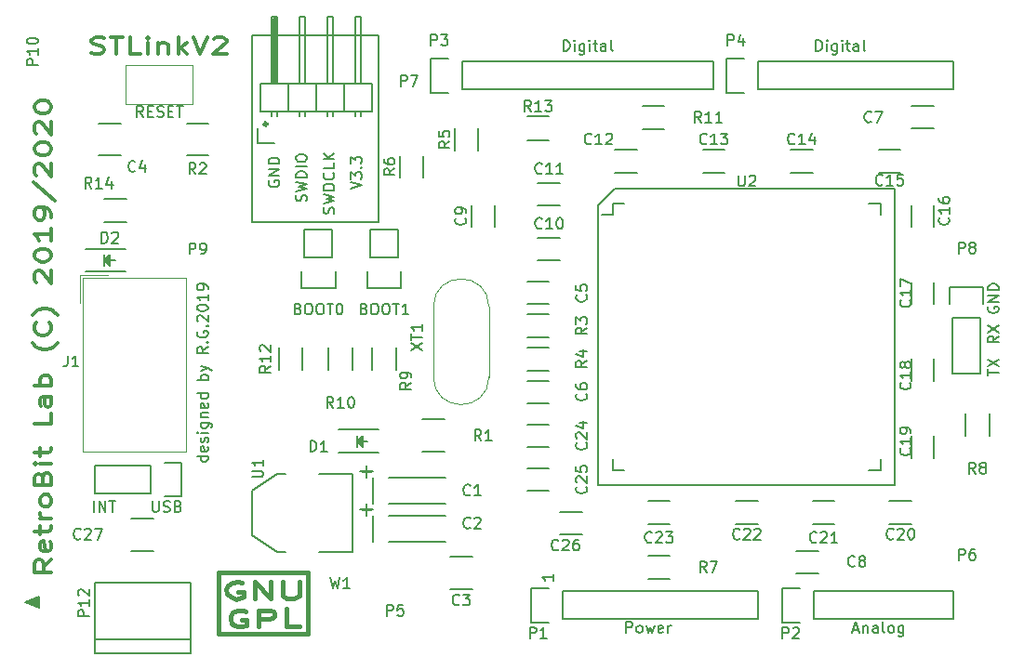
<source format=gto>
%TF.GenerationSoftware,KiCad,Pcbnew,4.0.2+dfsg1-stable*%
%TF.CreationDate,2019-10-14T09:04:35+02:00*%
%TF.ProjectId,stduinof429,73746475696E6F663432392E6B696361,rev?*%
%TF.FileFunction,Legend,Top*%
%FSLAX46Y46*%
G04 Gerber Fmt 4.6, Leading zero omitted, Abs format (unit mm)*
G04 Created by KiCad (PCBNEW 4.0.2+dfsg1-stable) date Mon 14 Oct 2019 09:04:35 CEST*
%MOMM*%
G01*
G04 APERTURE LIST*
%ADD10C,0.100000*%
%ADD11C,0.150000*%
%ADD12C,0.300000*%
%ADD13C,0.350000*%
%ADD14C,0.200000*%
%ADD15C,0.120000*%
%ADD16C,0.381000*%
G04 APERTURE END LIST*
D10*
D11*
X123498000Y-71865000D02*
X111998000Y-71865000D01*
X123498000Y-88865000D02*
X123498000Y-71865000D01*
X111998000Y-88865000D02*
X123498000Y-88865000D01*
X111998000Y-71865000D02*
X111998000Y-88865000D01*
X97569428Y-115317381D02*
X97569428Y-114317381D01*
X98045618Y-115317381D02*
X98045618Y-114317381D01*
X98617047Y-115317381D01*
X98617047Y-114317381D01*
X98950380Y-114317381D02*
X99521809Y-114317381D01*
X99236094Y-115317381D02*
X99236094Y-114317381D01*
X102902762Y-114317381D02*
X102902762Y-115126905D01*
X102950381Y-115222143D01*
X102998000Y-115269762D01*
X103093238Y-115317381D01*
X103283715Y-115317381D01*
X103378953Y-115269762D01*
X103426572Y-115222143D01*
X103474191Y-115126905D01*
X103474191Y-114317381D01*
X103902762Y-115269762D02*
X104045619Y-115317381D01*
X104283715Y-115317381D01*
X104378953Y-115269762D01*
X104426572Y-115222143D01*
X104474191Y-115126905D01*
X104474191Y-115031667D01*
X104426572Y-114936429D01*
X104378953Y-114888810D01*
X104283715Y-114841190D01*
X104093238Y-114793571D01*
X103998000Y-114745952D01*
X103950381Y-114698333D01*
X103902762Y-114603095D01*
X103902762Y-114507857D01*
X103950381Y-114412619D01*
X103998000Y-114365000D01*
X104093238Y-114317381D01*
X104331334Y-114317381D01*
X104474191Y-114365000D01*
X105236096Y-114793571D02*
X105378953Y-114841190D01*
X105426572Y-114888810D01*
X105474191Y-114984048D01*
X105474191Y-115126905D01*
X105426572Y-115222143D01*
X105378953Y-115269762D01*
X105283715Y-115317381D01*
X104902762Y-115317381D01*
X104902762Y-114317381D01*
X105236096Y-114317381D01*
X105331334Y-114365000D01*
X105378953Y-114412619D01*
X105426572Y-114507857D01*
X105426572Y-114603095D01*
X105378953Y-114698333D01*
X105331334Y-114745952D01*
X105236096Y-114793571D01*
X104902762Y-114793571D01*
D12*
X93676571Y-119650715D02*
X92962286Y-120317382D01*
X93676571Y-120793573D02*
X92176571Y-120793573D01*
X92176571Y-120031668D01*
X92248000Y-119841192D01*
X92319429Y-119745953D01*
X92462286Y-119650715D01*
X92676571Y-119650715D01*
X92819429Y-119745953D01*
X92890857Y-119841192D01*
X92962286Y-120031668D01*
X92962286Y-120793573D01*
X93605143Y-118031668D02*
X93676571Y-118222144D01*
X93676571Y-118603096D01*
X93605143Y-118793573D01*
X93462286Y-118888811D01*
X92890857Y-118888811D01*
X92748000Y-118793573D01*
X92676571Y-118603096D01*
X92676571Y-118222144D01*
X92748000Y-118031668D01*
X92890857Y-117936430D01*
X93033714Y-117936430D01*
X93176571Y-118888811D01*
X92676571Y-117365001D02*
X92676571Y-116603096D01*
X92176571Y-117079287D02*
X93462286Y-117079287D01*
X93605143Y-116984048D01*
X93676571Y-116793572D01*
X93676571Y-116603096D01*
X93676571Y-115936430D02*
X92676571Y-115936430D01*
X92962286Y-115936430D02*
X92819429Y-115841191D01*
X92748000Y-115745953D01*
X92676571Y-115555477D01*
X92676571Y-115365001D01*
X93676571Y-114412620D02*
X93605143Y-114603096D01*
X93533714Y-114698335D01*
X93390857Y-114793573D01*
X92962286Y-114793573D01*
X92819429Y-114698335D01*
X92748000Y-114603096D01*
X92676571Y-114412620D01*
X92676571Y-114126906D01*
X92748000Y-113936430D01*
X92819429Y-113841192D01*
X92962286Y-113745954D01*
X93390857Y-113745954D01*
X93533714Y-113841192D01*
X93605143Y-113936430D01*
X93676571Y-114126906D01*
X93676571Y-114412620D01*
X92890857Y-112222144D02*
X92962286Y-111936430D01*
X93033714Y-111841191D01*
X93176571Y-111745953D01*
X93390857Y-111745953D01*
X93533714Y-111841191D01*
X93605143Y-111936430D01*
X93676571Y-112126906D01*
X93676571Y-112888811D01*
X92176571Y-112888811D01*
X92176571Y-112222144D01*
X92248000Y-112031668D01*
X92319429Y-111936430D01*
X92462286Y-111841191D01*
X92605143Y-111841191D01*
X92748000Y-111936430D01*
X92819429Y-112031668D01*
X92890857Y-112222144D01*
X92890857Y-112888811D01*
X93676571Y-110888811D02*
X92676571Y-110888811D01*
X92176571Y-110888811D02*
X92248000Y-110984049D01*
X92319429Y-110888811D01*
X92248000Y-110793572D01*
X92176571Y-110888811D01*
X92319429Y-110888811D01*
X92676571Y-110222144D02*
X92676571Y-109460239D01*
X92176571Y-109936430D02*
X93462286Y-109936430D01*
X93605143Y-109841191D01*
X93676571Y-109650715D01*
X93676571Y-109460239D01*
X93676571Y-106317382D02*
X93676571Y-107269763D01*
X92176571Y-107269763D01*
X93676571Y-104793572D02*
X92890857Y-104793572D01*
X92748000Y-104888810D01*
X92676571Y-105079286D01*
X92676571Y-105460238D01*
X92748000Y-105650715D01*
X93605143Y-104793572D02*
X93676571Y-104984048D01*
X93676571Y-105460238D01*
X93605143Y-105650715D01*
X93462286Y-105745953D01*
X93319429Y-105745953D01*
X93176571Y-105650715D01*
X93105143Y-105460238D01*
X93105143Y-104984048D01*
X93033714Y-104793572D01*
X93676571Y-103841191D02*
X92176571Y-103841191D01*
X92748000Y-103841191D02*
X92676571Y-103650714D01*
X92676571Y-103269762D01*
X92748000Y-103079286D01*
X92819429Y-102984048D01*
X92962286Y-102888810D01*
X93390857Y-102888810D01*
X93533714Y-102984048D01*
X93605143Y-103079286D01*
X93676571Y-103269762D01*
X93676571Y-103650714D01*
X93605143Y-103841191D01*
X94248000Y-99936428D02*
X94176571Y-100031666D01*
X93962286Y-100222142D01*
X93819429Y-100317380D01*
X93605143Y-100412618D01*
X93248000Y-100507857D01*
X92962286Y-100507857D01*
X92605143Y-100412618D01*
X92390857Y-100317380D01*
X92248000Y-100222142D01*
X92033714Y-100031666D01*
X91962286Y-99936428D01*
X93533714Y-98031666D02*
X93605143Y-98126904D01*
X93676571Y-98412619D01*
X93676571Y-98603095D01*
X93605143Y-98888809D01*
X93462286Y-99079285D01*
X93319429Y-99174524D01*
X93033714Y-99269762D01*
X92819429Y-99269762D01*
X92533714Y-99174524D01*
X92390857Y-99079285D01*
X92248000Y-98888809D01*
X92176571Y-98603095D01*
X92176571Y-98412619D01*
X92248000Y-98126904D01*
X92319429Y-98031666D01*
X94248000Y-97365000D02*
X94176571Y-97269762D01*
X93962286Y-97079285D01*
X93819429Y-96984047D01*
X93605143Y-96888809D01*
X93248000Y-96793571D01*
X92962286Y-96793571D01*
X92605143Y-96888809D01*
X92390857Y-96984047D01*
X92248000Y-97079285D01*
X92033714Y-97269762D01*
X91962286Y-97365000D01*
X92319429Y-94412619D02*
X92248000Y-94317381D01*
X92176571Y-94126904D01*
X92176571Y-93650714D01*
X92248000Y-93460238D01*
X92319429Y-93365000D01*
X92462286Y-93269761D01*
X92605143Y-93269761D01*
X92819429Y-93365000D01*
X93676571Y-94507857D01*
X93676571Y-93269761D01*
X92176571Y-92031666D02*
X92176571Y-91841190D01*
X92248000Y-91650714D01*
X92319429Y-91555476D01*
X92462286Y-91460238D01*
X92748000Y-91364999D01*
X93105143Y-91364999D01*
X93390857Y-91460238D01*
X93533714Y-91555476D01*
X93605143Y-91650714D01*
X93676571Y-91841190D01*
X93676571Y-92031666D01*
X93605143Y-92222142D01*
X93533714Y-92317380D01*
X93390857Y-92412619D01*
X93105143Y-92507857D01*
X92748000Y-92507857D01*
X92462286Y-92412619D01*
X92319429Y-92317380D01*
X92248000Y-92222142D01*
X92176571Y-92031666D01*
X93676571Y-89460237D02*
X93676571Y-90603095D01*
X93676571Y-90031666D02*
X92176571Y-90031666D01*
X92390857Y-90222142D01*
X92533714Y-90412618D01*
X92605143Y-90603095D01*
X93676571Y-88507856D02*
X93676571Y-88126904D01*
X93605143Y-87936428D01*
X93533714Y-87841190D01*
X93319429Y-87650714D01*
X93033714Y-87555475D01*
X92462286Y-87555475D01*
X92319429Y-87650714D01*
X92248000Y-87745952D01*
X92176571Y-87936428D01*
X92176571Y-88317380D01*
X92248000Y-88507856D01*
X92319429Y-88603095D01*
X92462286Y-88698333D01*
X92819429Y-88698333D01*
X92962286Y-88603095D01*
X93033714Y-88507856D01*
X93105143Y-88317380D01*
X93105143Y-87936428D01*
X93033714Y-87745952D01*
X92962286Y-87650714D01*
X92819429Y-87555475D01*
X92105143Y-85269761D02*
X94033714Y-86984047D01*
X92319429Y-84698333D02*
X92248000Y-84603095D01*
X92176571Y-84412618D01*
X92176571Y-83936428D01*
X92248000Y-83745952D01*
X92319429Y-83650714D01*
X92462286Y-83555475D01*
X92605143Y-83555475D01*
X92819429Y-83650714D01*
X93676571Y-84793571D01*
X93676571Y-83555475D01*
X92176571Y-82317380D02*
X92176571Y-82126904D01*
X92248000Y-81936428D01*
X92319429Y-81841190D01*
X92462286Y-81745952D01*
X92748000Y-81650713D01*
X93105143Y-81650713D01*
X93390857Y-81745952D01*
X93533714Y-81841190D01*
X93605143Y-81936428D01*
X93676571Y-82126904D01*
X93676571Y-82317380D01*
X93605143Y-82507856D01*
X93533714Y-82603094D01*
X93390857Y-82698333D01*
X93105143Y-82793571D01*
X92748000Y-82793571D01*
X92462286Y-82698333D01*
X92319429Y-82603094D01*
X92248000Y-82507856D01*
X92176571Y-82317380D01*
X92319429Y-80888809D02*
X92248000Y-80793571D01*
X92176571Y-80603094D01*
X92176571Y-80126904D01*
X92248000Y-79936428D01*
X92319429Y-79841190D01*
X92462286Y-79745951D01*
X92605143Y-79745951D01*
X92819429Y-79841190D01*
X93676571Y-80984047D01*
X93676571Y-79745951D01*
X92176571Y-78507856D02*
X92176571Y-78317380D01*
X92248000Y-78126904D01*
X92319429Y-78031666D01*
X92462286Y-77936428D01*
X92748000Y-77841189D01*
X93105143Y-77841189D01*
X93390857Y-77936428D01*
X93533714Y-78031666D01*
X93605143Y-78126904D01*
X93676571Y-78317380D01*
X93676571Y-78507856D01*
X93605143Y-78698332D01*
X93533714Y-78793570D01*
X93390857Y-78888809D01*
X93105143Y-78984047D01*
X92748000Y-78984047D01*
X92462286Y-78888809D01*
X92319429Y-78793570D01*
X92248000Y-78698332D01*
X92176571Y-78507856D01*
D11*
X143498000Y-112865000D02*
X143498000Y-87365000D01*
X170498000Y-112865000D02*
X143498000Y-112865000D01*
X170498000Y-85865000D02*
X170498000Y-112865000D01*
X144998000Y-85865000D02*
X170498000Y-85865000D01*
X143498000Y-87365000D02*
X144998000Y-85865000D01*
D13*
X97355142Y-73472143D02*
X97640857Y-73543571D01*
X98117047Y-73543571D01*
X98307523Y-73472143D01*
X98402761Y-73400714D01*
X98498000Y-73257857D01*
X98498000Y-73115000D01*
X98402761Y-72972143D01*
X98307523Y-72900714D01*
X98117047Y-72829286D01*
X97736095Y-72757857D01*
X97545619Y-72686429D01*
X97450380Y-72615000D01*
X97355142Y-72472143D01*
X97355142Y-72329286D01*
X97450380Y-72186429D01*
X97545619Y-72115000D01*
X97736095Y-72043571D01*
X98212285Y-72043571D01*
X98498000Y-72115000D01*
X99069428Y-72043571D02*
X100212285Y-72043571D01*
X99640857Y-73543571D02*
X99640857Y-72043571D01*
X101831333Y-73543571D02*
X100878952Y-73543571D01*
X100878952Y-72043571D01*
X102498000Y-73543571D02*
X102498000Y-72543571D01*
X102498000Y-72043571D02*
X102402762Y-72115000D01*
X102498000Y-72186429D01*
X102593239Y-72115000D01*
X102498000Y-72043571D01*
X102498000Y-72186429D01*
X103450381Y-72543571D02*
X103450381Y-73543571D01*
X103450381Y-72686429D02*
X103545620Y-72615000D01*
X103736096Y-72543571D01*
X104021810Y-72543571D01*
X104212286Y-72615000D01*
X104307524Y-72757857D01*
X104307524Y-73543571D01*
X105259905Y-73543571D02*
X105259905Y-72043571D01*
X105450382Y-72972143D02*
X106021810Y-73543571D01*
X106021810Y-72543571D02*
X105259905Y-73115000D01*
X106593239Y-72043571D02*
X107259906Y-73543571D01*
X107926573Y-72043571D01*
X108498001Y-72186429D02*
X108593239Y-72115000D01*
X108783716Y-72043571D01*
X109259906Y-72043571D01*
X109450382Y-72115000D01*
X109545620Y-72186429D01*
X109640859Y-72329286D01*
X109640859Y-72472143D01*
X109545620Y-72686429D01*
X108402763Y-73543571D01*
X109640859Y-73543571D01*
D14*
X107950381Y-110234047D02*
X106950381Y-110234047D01*
X107902762Y-110234047D02*
X107950381Y-110329285D01*
X107950381Y-110519762D01*
X107902762Y-110615000D01*
X107855143Y-110662619D01*
X107759905Y-110710238D01*
X107474190Y-110710238D01*
X107378952Y-110662619D01*
X107331333Y-110615000D01*
X107283714Y-110519762D01*
X107283714Y-110329285D01*
X107331333Y-110234047D01*
X107902762Y-109376904D02*
X107950381Y-109472142D01*
X107950381Y-109662619D01*
X107902762Y-109757857D01*
X107807524Y-109805476D01*
X107426571Y-109805476D01*
X107331333Y-109757857D01*
X107283714Y-109662619D01*
X107283714Y-109472142D01*
X107331333Y-109376904D01*
X107426571Y-109329285D01*
X107521810Y-109329285D01*
X107617048Y-109805476D01*
X107902762Y-108948333D02*
X107950381Y-108853095D01*
X107950381Y-108662619D01*
X107902762Y-108567380D01*
X107807524Y-108519761D01*
X107759905Y-108519761D01*
X107664667Y-108567380D01*
X107617048Y-108662619D01*
X107617048Y-108805476D01*
X107569429Y-108900714D01*
X107474190Y-108948333D01*
X107426571Y-108948333D01*
X107331333Y-108900714D01*
X107283714Y-108805476D01*
X107283714Y-108662619D01*
X107331333Y-108567380D01*
X107950381Y-108091190D02*
X107283714Y-108091190D01*
X106950381Y-108091190D02*
X106998000Y-108138809D01*
X107045619Y-108091190D01*
X106998000Y-108043571D01*
X106950381Y-108091190D01*
X107045619Y-108091190D01*
X107283714Y-107186428D02*
X108093238Y-107186428D01*
X108188476Y-107234047D01*
X108236095Y-107281666D01*
X108283714Y-107376905D01*
X108283714Y-107519762D01*
X108236095Y-107615000D01*
X107902762Y-107186428D02*
X107950381Y-107281666D01*
X107950381Y-107472143D01*
X107902762Y-107567381D01*
X107855143Y-107615000D01*
X107759905Y-107662619D01*
X107474190Y-107662619D01*
X107378952Y-107615000D01*
X107331333Y-107567381D01*
X107283714Y-107472143D01*
X107283714Y-107281666D01*
X107331333Y-107186428D01*
X107283714Y-106710238D02*
X107950381Y-106710238D01*
X107378952Y-106710238D02*
X107331333Y-106662619D01*
X107283714Y-106567381D01*
X107283714Y-106424523D01*
X107331333Y-106329285D01*
X107426571Y-106281666D01*
X107950381Y-106281666D01*
X107902762Y-105424523D02*
X107950381Y-105519761D01*
X107950381Y-105710238D01*
X107902762Y-105805476D01*
X107807524Y-105853095D01*
X107426571Y-105853095D01*
X107331333Y-105805476D01*
X107283714Y-105710238D01*
X107283714Y-105519761D01*
X107331333Y-105424523D01*
X107426571Y-105376904D01*
X107521810Y-105376904D01*
X107617048Y-105853095D01*
X107950381Y-104519761D02*
X106950381Y-104519761D01*
X107902762Y-104519761D02*
X107950381Y-104614999D01*
X107950381Y-104805476D01*
X107902762Y-104900714D01*
X107855143Y-104948333D01*
X107759905Y-104995952D01*
X107474190Y-104995952D01*
X107378952Y-104948333D01*
X107331333Y-104900714D01*
X107283714Y-104805476D01*
X107283714Y-104614999D01*
X107331333Y-104519761D01*
X107950381Y-103281666D02*
X106950381Y-103281666D01*
X107331333Y-103281666D02*
X107283714Y-103186428D01*
X107283714Y-102995951D01*
X107331333Y-102900713D01*
X107378952Y-102853094D01*
X107474190Y-102805475D01*
X107759905Y-102805475D01*
X107855143Y-102853094D01*
X107902762Y-102900713D01*
X107950381Y-102995951D01*
X107950381Y-103186428D01*
X107902762Y-103281666D01*
X107283714Y-102472142D02*
X107950381Y-102234047D01*
X107283714Y-101995951D02*
X107950381Y-102234047D01*
X108188476Y-102329285D01*
X108236095Y-102376904D01*
X108283714Y-102472142D01*
X107950381Y-100281665D02*
X107474190Y-100614999D01*
X107950381Y-100853094D02*
X106950381Y-100853094D01*
X106950381Y-100472141D01*
X106998000Y-100376903D01*
X107045619Y-100329284D01*
X107140857Y-100281665D01*
X107283714Y-100281665D01*
X107378952Y-100329284D01*
X107426571Y-100376903D01*
X107474190Y-100472141D01*
X107474190Y-100853094D01*
X107855143Y-99853094D02*
X107902762Y-99805475D01*
X107950381Y-99853094D01*
X107902762Y-99900713D01*
X107855143Y-99853094D01*
X107950381Y-99853094D01*
X106998000Y-98853094D02*
X106950381Y-98948332D01*
X106950381Y-99091189D01*
X106998000Y-99234047D01*
X107093238Y-99329285D01*
X107188476Y-99376904D01*
X107378952Y-99424523D01*
X107521810Y-99424523D01*
X107712286Y-99376904D01*
X107807524Y-99329285D01*
X107902762Y-99234047D01*
X107950381Y-99091189D01*
X107950381Y-98995951D01*
X107902762Y-98853094D01*
X107855143Y-98805475D01*
X107521810Y-98805475D01*
X107521810Y-98995951D01*
X107855143Y-98376904D02*
X107902762Y-98329285D01*
X107950381Y-98376904D01*
X107902762Y-98424523D01*
X107855143Y-98376904D01*
X107950381Y-98376904D01*
X107045619Y-97948333D02*
X106998000Y-97900714D01*
X106950381Y-97805476D01*
X106950381Y-97567380D01*
X106998000Y-97472142D01*
X107045619Y-97424523D01*
X107140857Y-97376904D01*
X107236095Y-97376904D01*
X107378952Y-97424523D01*
X107950381Y-97995952D01*
X107950381Y-97376904D01*
X106950381Y-96757857D02*
X106950381Y-96662618D01*
X106998000Y-96567380D01*
X107045619Y-96519761D01*
X107140857Y-96472142D01*
X107331333Y-96424523D01*
X107569429Y-96424523D01*
X107759905Y-96472142D01*
X107855143Y-96519761D01*
X107902762Y-96567380D01*
X107950381Y-96662618D01*
X107950381Y-96757857D01*
X107902762Y-96853095D01*
X107855143Y-96900714D01*
X107759905Y-96948333D01*
X107569429Y-96995952D01*
X107331333Y-96995952D01*
X107140857Y-96948333D01*
X107045619Y-96900714D01*
X106998000Y-96853095D01*
X106950381Y-96757857D01*
X107950381Y-95472142D02*
X107950381Y-96043571D01*
X107950381Y-95757857D02*
X106950381Y-95757857D01*
X107093238Y-95853095D01*
X107188476Y-95948333D01*
X107236095Y-96043571D01*
X107950381Y-94995952D02*
X107950381Y-94805476D01*
X107902762Y-94710237D01*
X107855143Y-94662618D01*
X107712286Y-94567380D01*
X107521810Y-94519761D01*
X107140857Y-94519761D01*
X107045619Y-94567380D01*
X106998000Y-94614999D01*
X106950381Y-94710237D01*
X106950381Y-94900714D01*
X106998000Y-94995952D01*
X107045619Y-95043571D01*
X107140857Y-95091190D01*
X107378952Y-95091190D01*
X107474190Y-95043571D01*
X107521810Y-94995952D01*
X107569429Y-94900714D01*
X107569429Y-94710237D01*
X107521810Y-94614999D01*
X107474190Y-94567380D01*
X107378952Y-94519761D01*
X178998000Y-96626904D02*
X178950381Y-96722142D01*
X178950381Y-96864999D01*
X178998000Y-97007857D01*
X179093238Y-97103095D01*
X179188476Y-97150714D01*
X179378952Y-97198333D01*
X179521810Y-97198333D01*
X179712286Y-97150714D01*
X179807524Y-97103095D01*
X179902762Y-97007857D01*
X179950381Y-96864999D01*
X179950381Y-96769761D01*
X179902762Y-96626904D01*
X179855143Y-96579285D01*
X179521810Y-96579285D01*
X179521810Y-96769761D01*
X179950381Y-96150714D02*
X178950381Y-96150714D01*
X179950381Y-95579285D01*
X178950381Y-95579285D01*
X179950381Y-95103095D02*
X178950381Y-95103095D01*
X178950381Y-94865000D01*
X178998000Y-94722142D01*
X179093238Y-94626904D01*
X179188476Y-94579285D01*
X179378952Y-94531666D01*
X179521810Y-94531666D01*
X179712286Y-94579285D01*
X179807524Y-94626904D01*
X179902762Y-94722142D01*
X179950381Y-94865000D01*
X179950381Y-95103095D01*
X179950381Y-99281666D02*
X179474190Y-99615000D01*
X179950381Y-99853095D02*
X178950381Y-99853095D01*
X178950381Y-99472142D01*
X178998000Y-99376904D01*
X179045619Y-99329285D01*
X179140857Y-99281666D01*
X179283714Y-99281666D01*
X179378952Y-99329285D01*
X179426571Y-99376904D01*
X179474190Y-99472142D01*
X179474190Y-99853095D01*
X178950381Y-98948333D02*
X179950381Y-98281666D01*
X178950381Y-98281666D02*
X179950381Y-98948333D01*
X178950381Y-102876905D02*
X178950381Y-102305476D01*
X179950381Y-102591191D02*
X178950381Y-102591191D01*
X178950381Y-102067381D02*
X179950381Y-101400714D01*
X178950381Y-101400714D02*
X179950381Y-102067381D01*
X120950381Y-85888809D02*
X121950381Y-85555476D01*
X120950381Y-85222142D01*
X120950381Y-84984047D02*
X120950381Y-84364999D01*
X121331333Y-84698333D01*
X121331333Y-84555475D01*
X121378952Y-84460237D01*
X121426571Y-84412618D01*
X121521810Y-84364999D01*
X121759905Y-84364999D01*
X121855143Y-84412618D01*
X121902762Y-84460237D01*
X121950381Y-84555475D01*
X121950381Y-84841190D01*
X121902762Y-84936428D01*
X121855143Y-84984047D01*
X121855143Y-83936428D02*
X121902762Y-83888809D01*
X121950381Y-83936428D01*
X121902762Y-83984047D01*
X121855143Y-83936428D01*
X121950381Y-83936428D01*
X120950381Y-83555476D02*
X120950381Y-82936428D01*
X121331333Y-83269762D01*
X121331333Y-83126904D01*
X121378952Y-83031666D01*
X121426571Y-82984047D01*
X121521810Y-82936428D01*
X121759905Y-82936428D01*
X121855143Y-82984047D01*
X121902762Y-83031666D01*
X121950381Y-83126904D01*
X121950381Y-83412619D01*
X121902762Y-83507857D01*
X121855143Y-83555476D01*
X119402762Y-88126905D02*
X119450381Y-87984048D01*
X119450381Y-87745952D01*
X119402762Y-87650714D01*
X119355143Y-87603095D01*
X119259905Y-87555476D01*
X119164667Y-87555476D01*
X119069429Y-87603095D01*
X119021810Y-87650714D01*
X118974190Y-87745952D01*
X118926571Y-87936429D01*
X118878952Y-88031667D01*
X118831333Y-88079286D01*
X118736095Y-88126905D01*
X118640857Y-88126905D01*
X118545619Y-88079286D01*
X118498000Y-88031667D01*
X118450381Y-87936429D01*
X118450381Y-87698333D01*
X118498000Y-87555476D01*
X118450381Y-87222143D02*
X119450381Y-86984048D01*
X118736095Y-86793571D01*
X119450381Y-86603095D01*
X118450381Y-86365000D01*
X119450381Y-85984048D02*
X118450381Y-85984048D01*
X118450381Y-85745953D01*
X118498000Y-85603095D01*
X118593238Y-85507857D01*
X118688476Y-85460238D01*
X118878952Y-85412619D01*
X119021810Y-85412619D01*
X119212286Y-85460238D01*
X119307524Y-85507857D01*
X119402762Y-85603095D01*
X119450381Y-85745953D01*
X119450381Y-85984048D01*
X119355143Y-84412619D02*
X119402762Y-84460238D01*
X119450381Y-84603095D01*
X119450381Y-84698333D01*
X119402762Y-84841191D01*
X119307524Y-84936429D01*
X119212286Y-84984048D01*
X119021810Y-85031667D01*
X118878952Y-85031667D01*
X118688476Y-84984048D01*
X118593238Y-84936429D01*
X118498000Y-84841191D01*
X118450381Y-84698333D01*
X118450381Y-84603095D01*
X118498000Y-84460238D01*
X118545619Y-84412619D01*
X119450381Y-83507857D02*
X119450381Y-83984048D01*
X118450381Y-83984048D01*
X119450381Y-83174524D02*
X118450381Y-83174524D01*
X119450381Y-82603095D02*
X118878952Y-83031667D01*
X118450381Y-82603095D02*
X119021810Y-83174524D01*
X116902762Y-86984047D02*
X116950381Y-86841190D01*
X116950381Y-86603094D01*
X116902762Y-86507856D01*
X116855143Y-86460237D01*
X116759905Y-86412618D01*
X116664667Y-86412618D01*
X116569429Y-86460237D01*
X116521810Y-86507856D01*
X116474190Y-86603094D01*
X116426571Y-86793571D01*
X116378952Y-86888809D01*
X116331333Y-86936428D01*
X116236095Y-86984047D01*
X116140857Y-86984047D01*
X116045619Y-86936428D01*
X115998000Y-86888809D01*
X115950381Y-86793571D01*
X115950381Y-86555475D01*
X115998000Y-86412618D01*
X115950381Y-86079285D02*
X116950381Y-85841190D01*
X116236095Y-85650713D01*
X116950381Y-85460237D01*
X115950381Y-85222142D01*
X116950381Y-84841190D02*
X115950381Y-84841190D01*
X115950381Y-84603095D01*
X115998000Y-84460237D01*
X116093238Y-84364999D01*
X116188476Y-84317380D01*
X116378952Y-84269761D01*
X116521810Y-84269761D01*
X116712286Y-84317380D01*
X116807524Y-84364999D01*
X116902762Y-84460237D01*
X116950381Y-84603095D01*
X116950381Y-84841190D01*
X116950381Y-83841190D02*
X115950381Y-83841190D01*
X115950381Y-83174524D02*
X115950381Y-82984047D01*
X115998000Y-82888809D01*
X116093238Y-82793571D01*
X116283714Y-82745952D01*
X116617048Y-82745952D01*
X116807524Y-82793571D01*
X116902762Y-82888809D01*
X116950381Y-82984047D01*
X116950381Y-83174524D01*
X116902762Y-83269762D01*
X116807524Y-83365000D01*
X116617048Y-83412619D01*
X116283714Y-83412619D01*
X116093238Y-83365000D01*
X115998000Y-83269762D01*
X115950381Y-83174524D01*
X113498000Y-85126904D02*
X113450381Y-85222142D01*
X113450381Y-85364999D01*
X113498000Y-85507857D01*
X113593238Y-85603095D01*
X113688476Y-85650714D01*
X113878952Y-85698333D01*
X114021810Y-85698333D01*
X114212286Y-85650714D01*
X114307524Y-85603095D01*
X114402762Y-85507857D01*
X114450381Y-85364999D01*
X114450381Y-85269761D01*
X114402762Y-85126904D01*
X114355143Y-85079285D01*
X114021810Y-85079285D01*
X114021810Y-85269761D01*
X114450381Y-84650714D02*
X113450381Y-84650714D01*
X114450381Y-84079285D01*
X113450381Y-84079285D01*
X114450381Y-83603095D02*
X113450381Y-83603095D01*
X113450381Y-83365000D01*
X113498000Y-83222142D01*
X113593238Y-83126904D01*
X113688476Y-83079285D01*
X113878952Y-83031666D01*
X114021810Y-83031666D01*
X114212286Y-83079285D01*
X114307524Y-83126904D01*
X114402762Y-83222142D01*
X114450381Y-83365000D01*
X114450381Y-83603095D01*
D12*
X113345648Y-79965000D02*
G75*
G03X113345648Y-79965000I-147648J0D01*
G01*
D14*
X102045619Y-79317381D02*
X101712285Y-78841190D01*
X101474190Y-79317381D02*
X101474190Y-78317381D01*
X101855143Y-78317381D01*
X101950381Y-78365000D01*
X101998000Y-78412619D01*
X102045619Y-78507857D01*
X102045619Y-78650714D01*
X101998000Y-78745952D01*
X101950381Y-78793571D01*
X101855143Y-78841190D01*
X101474190Y-78841190D01*
X102474190Y-78793571D02*
X102807524Y-78793571D01*
X102950381Y-79317381D02*
X102474190Y-79317381D01*
X102474190Y-78317381D01*
X102950381Y-78317381D01*
X103331333Y-79269762D02*
X103474190Y-79317381D01*
X103712286Y-79317381D01*
X103807524Y-79269762D01*
X103855143Y-79222143D01*
X103902762Y-79126905D01*
X103902762Y-79031667D01*
X103855143Y-78936429D01*
X103807524Y-78888810D01*
X103712286Y-78841190D01*
X103521809Y-78793571D01*
X103426571Y-78745952D01*
X103378952Y-78698333D01*
X103331333Y-78603095D01*
X103331333Y-78507857D01*
X103378952Y-78412619D01*
X103426571Y-78365000D01*
X103521809Y-78317381D01*
X103759905Y-78317381D01*
X103902762Y-78365000D01*
X104331333Y-78793571D02*
X104664667Y-78793571D01*
X104807524Y-79317381D02*
X104331333Y-79317381D01*
X104331333Y-78317381D01*
X104807524Y-78317381D01*
X105093238Y-78317381D02*
X105664667Y-78317381D01*
X105378952Y-79317381D02*
X105378952Y-78317381D01*
X122164667Y-96793571D02*
X122307524Y-96841190D01*
X122355143Y-96888810D01*
X122402762Y-96984048D01*
X122402762Y-97126905D01*
X122355143Y-97222143D01*
X122307524Y-97269762D01*
X122212286Y-97317381D01*
X121831333Y-97317381D01*
X121831333Y-96317381D01*
X122164667Y-96317381D01*
X122259905Y-96365000D01*
X122307524Y-96412619D01*
X122355143Y-96507857D01*
X122355143Y-96603095D01*
X122307524Y-96698333D01*
X122259905Y-96745952D01*
X122164667Y-96793571D01*
X121831333Y-96793571D01*
X123021809Y-96317381D02*
X123212286Y-96317381D01*
X123307524Y-96365000D01*
X123402762Y-96460238D01*
X123450381Y-96650714D01*
X123450381Y-96984048D01*
X123402762Y-97174524D01*
X123307524Y-97269762D01*
X123212286Y-97317381D01*
X123021809Y-97317381D01*
X122926571Y-97269762D01*
X122831333Y-97174524D01*
X122783714Y-96984048D01*
X122783714Y-96650714D01*
X122831333Y-96460238D01*
X122926571Y-96365000D01*
X123021809Y-96317381D01*
X124069428Y-96317381D02*
X124259905Y-96317381D01*
X124355143Y-96365000D01*
X124450381Y-96460238D01*
X124498000Y-96650714D01*
X124498000Y-96984048D01*
X124450381Y-97174524D01*
X124355143Y-97269762D01*
X124259905Y-97317381D01*
X124069428Y-97317381D01*
X123974190Y-97269762D01*
X123878952Y-97174524D01*
X123831333Y-96984048D01*
X123831333Y-96650714D01*
X123878952Y-96460238D01*
X123974190Y-96365000D01*
X124069428Y-96317381D01*
X124783714Y-96317381D02*
X125355143Y-96317381D01*
X125069428Y-97317381D02*
X125069428Y-96317381D01*
X126212286Y-97317381D02*
X125640857Y-97317381D01*
X125926571Y-97317381D02*
X125926571Y-96317381D01*
X125831333Y-96460238D01*
X125736095Y-96555476D01*
X125640857Y-96603095D01*
X116164667Y-96793571D02*
X116307524Y-96841190D01*
X116355143Y-96888810D01*
X116402762Y-96984048D01*
X116402762Y-97126905D01*
X116355143Y-97222143D01*
X116307524Y-97269762D01*
X116212286Y-97317381D01*
X115831333Y-97317381D01*
X115831333Y-96317381D01*
X116164667Y-96317381D01*
X116259905Y-96365000D01*
X116307524Y-96412619D01*
X116355143Y-96507857D01*
X116355143Y-96603095D01*
X116307524Y-96698333D01*
X116259905Y-96745952D01*
X116164667Y-96793571D01*
X115831333Y-96793571D01*
X117021809Y-96317381D02*
X117212286Y-96317381D01*
X117307524Y-96365000D01*
X117402762Y-96460238D01*
X117450381Y-96650714D01*
X117450381Y-96984048D01*
X117402762Y-97174524D01*
X117307524Y-97269762D01*
X117212286Y-97317381D01*
X117021809Y-97317381D01*
X116926571Y-97269762D01*
X116831333Y-97174524D01*
X116783714Y-96984048D01*
X116783714Y-96650714D01*
X116831333Y-96460238D01*
X116926571Y-96365000D01*
X117021809Y-96317381D01*
X118069428Y-96317381D02*
X118259905Y-96317381D01*
X118355143Y-96365000D01*
X118450381Y-96460238D01*
X118498000Y-96650714D01*
X118498000Y-96984048D01*
X118450381Y-97174524D01*
X118355143Y-97269762D01*
X118259905Y-97317381D01*
X118069428Y-97317381D01*
X117974190Y-97269762D01*
X117878952Y-97174524D01*
X117831333Y-96984048D01*
X117831333Y-96650714D01*
X117878952Y-96460238D01*
X117974190Y-96365000D01*
X118069428Y-96317381D01*
X118783714Y-96317381D02*
X119355143Y-96317381D01*
X119069428Y-97317381D02*
X119069428Y-96317381D01*
X119878952Y-96317381D02*
X119974191Y-96317381D01*
X120069429Y-96365000D01*
X120117048Y-96412619D01*
X120164667Y-96507857D01*
X120212286Y-96698333D01*
X120212286Y-96936429D01*
X120164667Y-97126905D01*
X120117048Y-97222143D01*
X120069429Y-97269762D01*
X119974191Y-97317381D01*
X119878952Y-97317381D01*
X119783714Y-97269762D01*
X119736095Y-97222143D01*
X119688476Y-97126905D01*
X119640857Y-96936429D01*
X119640857Y-96698333D01*
X119688476Y-96507857D01*
X119736095Y-96412619D01*
X119783714Y-96365000D01*
X119878952Y-96317381D01*
X140307524Y-73317381D02*
X140307524Y-72317381D01*
X140545619Y-72317381D01*
X140688477Y-72365000D01*
X140783715Y-72460238D01*
X140831334Y-72555476D01*
X140878953Y-72745952D01*
X140878953Y-72888810D01*
X140831334Y-73079286D01*
X140783715Y-73174524D01*
X140688477Y-73269762D01*
X140545619Y-73317381D01*
X140307524Y-73317381D01*
X141307524Y-73317381D02*
X141307524Y-72650714D01*
X141307524Y-72317381D02*
X141259905Y-72365000D01*
X141307524Y-72412619D01*
X141355143Y-72365000D01*
X141307524Y-72317381D01*
X141307524Y-72412619D01*
X142212286Y-72650714D02*
X142212286Y-73460238D01*
X142164667Y-73555476D01*
X142117048Y-73603095D01*
X142021809Y-73650714D01*
X141878952Y-73650714D01*
X141783714Y-73603095D01*
X142212286Y-73269762D02*
X142117048Y-73317381D01*
X141926571Y-73317381D01*
X141831333Y-73269762D01*
X141783714Y-73222143D01*
X141736095Y-73126905D01*
X141736095Y-72841190D01*
X141783714Y-72745952D01*
X141831333Y-72698333D01*
X141926571Y-72650714D01*
X142117048Y-72650714D01*
X142212286Y-72698333D01*
X142688476Y-73317381D02*
X142688476Y-72650714D01*
X142688476Y-72317381D02*
X142640857Y-72365000D01*
X142688476Y-72412619D01*
X142736095Y-72365000D01*
X142688476Y-72317381D01*
X142688476Y-72412619D01*
X143021809Y-72650714D02*
X143402761Y-72650714D01*
X143164666Y-72317381D02*
X143164666Y-73174524D01*
X143212285Y-73269762D01*
X143307523Y-73317381D01*
X143402761Y-73317381D01*
X144164667Y-73317381D02*
X144164667Y-72793571D01*
X144117048Y-72698333D01*
X144021810Y-72650714D01*
X143831333Y-72650714D01*
X143736095Y-72698333D01*
X144164667Y-73269762D02*
X144069429Y-73317381D01*
X143831333Y-73317381D01*
X143736095Y-73269762D01*
X143688476Y-73174524D01*
X143688476Y-73079286D01*
X143736095Y-72984048D01*
X143831333Y-72936429D01*
X144069429Y-72936429D01*
X144164667Y-72888810D01*
X144783714Y-73317381D02*
X144688476Y-73269762D01*
X144640857Y-73174524D01*
X144640857Y-72317381D01*
X163307524Y-73317381D02*
X163307524Y-72317381D01*
X163545619Y-72317381D01*
X163688477Y-72365000D01*
X163783715Y-72460238D01*
X163831334Y-72555476D01*
X163878953Y-72745952D01*
X163878953Y-72888810D01*
X163831334Y-73079286D01*
X163783715Y-73174524D01*
X163688477Y-73269762D01*
X163545619Y-73317381D01*
X163307524Y-73317381D01*
X164307524Y-73317381D02*
X164307524Y-72650714D01*
X164307524Y-72317381D02*
X164259905Y-72365000D01*
X164307524Y-72412619D01*
X164355143Y-72365000D01*
X164307524Y-72317381D01*
X164307524Y-72412619D01*
X165212286Y-72650714D02*
X165212286Y-73460238D01*
X165164667Y-73555476D01*
X165117048Y-73603095D01*
X165021809Y-73650714D01*
X164878952Y-73650714D01*
X164783714Y-73603095D01*
X165212286Y-73269762D02*
X165117048Y-73317381D01*
X164926571Y-73317381D01*
X164831333Y-73269762D01*
X164783714Y-73222143D01*
X164736095Y-73126905D01*
X164736095Y-72841190D01*
X164783714Y-72745952D01*
X164831333Y-72698333D01*
X164926571Y-72650714D01*
X165117048Y-72650714D01*
X165212286Y-72698333D01*
X165688476Y-73317381D02*
X165688476Y-72650714D01*
X165688476Y-72317381D02*
X165640857Y-72365000D01*
X165688476Y-72412619D01*
X165736095Y-72365000D01*
X165688476Y-72317381D01*
X165688476Y-72412619D01*
X166021809Y-72650714D02*
X166402761Y-72650714D01*
X166164666Y-72317381D02*
X166164666Y-73174524D01*
X166212285Y-73269762D01*
X166307523Y-73317381D01*
X166402761Y-73317381D01*
X167164667Y-73317381D02*
X167164667Y-72793571D01*
X167117048Y-72698333D01*
X167021810Y-72650714D01*
X166831333Y-72650714D01*
X166736095Y-72698333D01*
X167164667Y-73269762D02*
X167069429Y-73317381D01*
X166831333Y-73317381D01*
X166736095Y-73269762D01*
X166688476Y-73174524D01*
X166688476Y-73079286D01*
X166736095Y-72984048D01*
X166831333Y-72936429D01*
X167069429Y-72936429D01*
X167164667Y-72888810D01*
X167783714Y-73317381D02*
X167688476Y-73269762D01*
X167640857Y-73174524D01*
X167640857Y-72317381D01*
X146021809Y-126317381D02*
X146021809Y-125317381D01*
X146402762Y-125317381D01*
X146498000Y-125365000D01*
X146545619Y-125412619D01*
X146593238Y-125507857D01*
X146593238Y-125650714D01*
X146545619Y-125745952D01*
X146498000Y-125793571D01*
X146402762Y-125841190D01*
X146021809Y-125841190D01*
X147164666Y-126317381D02*
X147069428Y-126269762D01*
X147021809Y-126222143D01*
X146974190Y-126126905D01*
X146974190Y-125841190D01*
X147021809Y-125745952D01*
X147069428Y-125698333D01*
X147164666Y-125650714D01*
X147307524Y-125650714D01*
X147402762Y-125698333D01*
X147450381Y-125745952D01*
X147498000Y-125841190D01*
X147498000Y-126126905D01*
X147450381Y-126222143D01*
X147402762Y-126269762D01*
X147307524Y-126317381D01*
X147164666Y-126317381D01*
X147831333Y-125650714D02*
X148021809Y-126317381D01*
X148212286Y-125841190D01*
X148402762Y-126317381D01*
X148593238Y-125650714D01*
X149355143Y-126269762D02*
X149259905Y-126317381D01*
X149069428Y-126317381D01*
X148974190Y-126269762D01*
X148926571Y-126174524D01*
X148926571Y-125793571D01*
X148974190Y-125698333D01*
X149069428Y-125650714D01*
X149259905Y-125650714D01*
X149355143Y-125698333D01*
X149402762Y-125793571D01*
X149402762Y-125888810D01*
X148926571Y-125984048D01*
X149831333Y-126317381D02*
X149831333Y-125650714D01*
X149831333Y-125841190D02*
X149878952Y-125745952D01*
X149926571Y-125698333D01*
X150021809Y-125650714D01*
X150117048Y-125650714D01*
X166688476Y-126031667D02*
X167164667Y-126031667D01*
X166593238Y-126317381D02*
X166926571Y-125317381D01*
X167259905Y-126317381D01*
X167593238Y-125650714D02*
X167593238Y-126317381D01*
X167593238Y-125745952D02*
X167640857Y-125698333D01*
X167736095Y-125650714D01*
X167878953Y-125650714D01*
X167974191Y-125698333D01*
X168021810Y-125793571D01*
X168021810Y-126317381D01*
X168926572Y-126317381D02*
X168926572Y-125793571D01*
X168878953Y-125698333D01*
X168783715Y-125650714D01*
X168593238Y-125650714D01*
X168498000Y-125698333D01*
X168926572Y-126269762D02*
X168831334Y-126317381D01*
X168593238Y-126317381D01*
X168498000Y-126269762D01*
X168450381Y-126174524D01*
X168450381Y-126079286D01*
X168498000Y-125984048D01*
X168593238Y-125936429D01*
X168831334Y-125936429D01*
X168926572Y-125888810D01*
X169545619Y-126317381D02*
X169450381Y-126269762D01*
X169402762Y-126174524D01*
X169402762Y-125317381D01*
X170069429Y-126317381D02*
X169974191Y-126269762D01*
X169926572Y-126222143D01*
X169878953Y-126126905D01*
X169878953Y-125841190D01*
X169926572Y-125745952D01*
X169974191Y-125698333D01*
X170069429Y-125650714D01*
X170212287Y-125650714D01*
X170307525Y-125698333D01*
X170355144Y-125745952D01*
X170402763Y-125841190D01*
X170402763Y-126126905D01*
X170355144Y-126222143D01*
X170307525Y-126269762D01*
X170212287Y-126317381D01*
X170069429Y-126317381D01*
X171259906Y-125650714D02*
X171259906Y-126460238D01*
X171212287Y-126555476D01*
X171164668Y-126603095D01*
X171069429Y-126650714D01*
X170926572Y-126650714D01*
X170831334Y-126603095D01*
X171259906Y-126269762D02*
X171164668Y-126317381D01*
X170974191Y-126317381D01*
X170878953Y-126269762D01*
X170831334Y-126222143D01*
X170783715Y-126126905D01*
X170783715Y-125841190D01*
X170831334Y-125745952D01*
X170878953Y-125698333D01*
X170974191Y-125650714D01*
X171164668Y-125650714D01*
X171259906Y-125698333D01*
D11*
X139390381Y-120999285D02*
X139390381Y-121570714D01*
X139390381Y-121285000D02*
X138390381Y-121285000D01*
X138533238Y-121380238D01*
X138628476Y-121475476D01*
X138676095Y-121570714D01*
X144823000Y-87190000D02*
X144823000Y-88240000D01*
X169173000Y-87190000D02*
X169173000Y-88240000D01*
X169173000Y-111540000D02*
X169173000Y-110490000D01*
X144823000Y-111540000D02*
X144823000Y-110490000D01*
X144823000Y-87190000D02*
X145873000Y-87190000D01*
X144823000Y-111540000D02*
X145873000Y-111540000D01*
X169173000Y-111540000D02*
X168123000Y-111540000D01*
X169173000Y-87190000D02*
X168123000Y-87190000D01*
X144823000Y-88240000D02*
X143818000Y-88240000D01*
X116728000Y-92095000D02*
X116728000Y-89555000D01*
X116448000Y-94915000D02*
X116448000Y-93365000D01*
X116728000Y-92095000D02*
X119268000Y-92095000D01*
X119548000Y-93365000D02*
X119548000Y-94915000D01*
X119548000Y-94915000D02*
X116448000Y-94915000D01*
X119268000Y-92095000D02*
X119268000Y-89555000D01*
X119268000Y-89555000D02*
X116728000Y-89555000D01*
X122728000Y-92095000D02*
X122728000Y-89555000D01*
X122448000Y-94915000D02*
X122448000Y-93365000D01*
X122728000Y-92095000D02*
X125268000Y-92095000D01*
X125548000Y-93365000D02*
X125548000Y-94915000D01*
X125548000Y-94915000D02*
X122448000Y-94915000D01*
X125268000Y-92095000D02*
X125268000Y-89555000D01*
X125268000Y-89555000D02*
X122728000Y-89555000D01*
X124397040Y-114563880D02*
X129598960Y-114563880D01*
X129598960Y-112166120D02*
X124397040Y-112166120D01*
X122398060Y-111066300D02*
X122398060Y-112166120D01*
X121798620Y-111566680D02*
X122997500Y-111566680D01*
X123002580Y-112166120D02*
X123002580Y-114563880D01*
X124397040Y-118063880D02*
X129598960Y-118063880D01*
X129598960Y-115666120D02*
X124397040Y-115666120D01*
X122398060Y-114566300D02*
X122398060Y-115666120D01*
X121798620Y-115066680D02*
X122997500Y-115066680D01*
X123002580Y-115666120D02*
X123002580Y-118063880D01*
X131998000Y-119390000D02*
X129998000Y-119390000D01*
X129998000Y-122340000D02*
X131998000Y-122340000D01*
X97998000Y-82840000D02*
X99998000Y-82840000D01*
X99998000Y-79890000D02*
X97998000Y-79890000D01*
X138998000Y-94340000D02*
X136998000Y-94340000D01*
X136998000Y-96390000D02*
X138998000Y-96390000D01*
X138998000Y-103340000D02*
X136998000Y-103340000D01*
X136998000Y-105390000D02*
X138998000Y-105390000D01*
X173998000Y-78340000D02*
X171998000Y-78340000D01*
X171998000Y-80390000D02*
X173998000Y-80390000D01*
X163498000Y-118840000D02*
X161498000Y-118840000D01*
X161498000Y-120890000D02*
X163498000Y-120890000D01*
X134023000Y-89365000D02*
X134023000Y-87365000D01*
X131973000Y-87365000D02*
X131973000Y-89365000D01*
X139998000Y-90340000D02*
X137998000Y-90340000D01*
X137998000Y-92390000D02*
X139998000Y-92390000D01*
X139998000Y-85340000D02*
X137998000Y-85340000D01*
X137998000Y-87390000D02*
X139998000Y-87390000D01*
X146998000Y-82340000D02*
X144998000Y-82340000D01*
X144998000Y-84390000D02*
X146998000Y-84390000D01*
X152998000Y-84390000D02*
X154998000Y-84390000D01*
X154998000Y-82340000D02*
X152998000Y-82340000D01*
X162998000Y-82340000D02*
X160998000Y-82340000D01*
X160998000Y-84390000D02*
X162998000Y-84390000D01*
X168998000Y-84390000D02*
X170998000Y-84390000D01*
X170998000Y-82340000D02*
X168998000Y-82340000D01*
X171973000Y-87365000D02*
X171973000Y-89365000D01*
X174023000Y-89365000D02*
X174023000Y-87365000D01*
X174023000Y-96365000D02*
X174023000Y-94365000D01*
X171973000Y-94365000D02*
X171973000Y-96365000D01*
X174023000Y-103365000D02*
X174023000Y-101365000D01*
X171973000Y-101365000D02*
X171973000Y-103365000D01*
X171973000Y-108365000D02*
X171973000Y-110365000D01*
X174023000Y-110365000D02*
X174023000Y-108365000D01*
X171998000Y-114340000D02*
X169998000Y-114340000D01*
X169998000Y-116390000D02*
X171998000Y-116390000D01*
X162998000Y-116390000D02*
X164998000Y-116390000D01*
X164998000Y-114340000D02*
X162998000Y-114340000D01*
X157998000Y-114340000D02*
X155998000Y-114340000D01*
X155998000Y-116390000D02*
X157998000Y-116390000D01*
X147998000Y-116390000D02*
X149998000Y-116390000D01*
X149998000Y-114340000D02*
X147998000Y-114340000D01*
X138998000Y-107340000D02*
X136998000Y-107340000D01*
X136998000Y-109390000D02*
X138998000Y-109390000D01*
X138998000Y-111340000D02*
X136998000Y-111340000D01*
X136998000Y-113390000D02*
X138998000Y-113390000D01*
X141998000Y-115340000D02*
X139998000Y-115340000D01*
X139998000Y-117390000D02*
X141998000Y-117390000D01*
X119848000Y-109915000D02*
X123448000Y-109915000D01*
X119848000Y-107815000D02*
X123448000Y-107815000D01*
X121898000Y-108565000D02*
X121898000Y-109165000D01*
X121898000Y-109165000D02*
X121598000Y-108865000D01*
X121598000Y-108865000D02*
X121798000Y-108665000D01*
X121798000Y-108665000D02*
X121798000Y-108915000D01*
X121798000Y-108915000D02*
X121748000Y-108865000D01*
X121498000Y-108365000D02*
X121498000Y-109365000D01*
X121998000Y-108865000D02*
X122498000Y-108865000D01*
X121498000Y-108865000D02*
X121998000Y-108365000D01*
X121998000Y-108365000D02*
X121998000Y-109365000D01*
X121998000Y-109365000D02*
X121498000Y-108865000D01*
X96848000Y-93415000D02*
X100448000Y-93415000D01*
X96848000Y-91315000D02*
X100448000Y-91315000D01*
X98898000Y-92065000D02*
X98898000Y-92665000D01*
X98898000Y-92665000D02*
X98598000Y-92365000D01*
X98598000Y-92365000D02*
X98798000Y-92165000D01*
X98798000Y-92165000D02*
X98798000Y-92415000D01*
X98798000Y-92415000D02*
X98748000Y-92365000D01*
X98498000Y-91865000D02*
X98498000Y-92865000D01*
X98998000Y-92365000D02*
X99498000Y-92365000D01*
X98498000Y-92365000D02*
X98998000Y-91865000D01*
X98998000Y-91865000D02*
X98998000Y-92865000D01*
X98998000Y-92865000D02*
X98498000Y-92365000D01*
X175728000Y-97635000D02*
X175728000Y-102715000D01*
X175728000Y-102715000D02*
X178268000Y-102715000D01*
X178268000Y-102715000D02*
X178268000Y-97635000D01*
X178548000Y-94815000D02*
X178548000Y-96365000D01*
X178268000Y-97635000D02*
X175728000Y-97635000D01*
X175448000Y-96365000D02*
X175448000Y-94815000D01*
X175448000Y-94815000D02*
X178548000Y-94815000D01*
X127498000Y-106890000D02*
X129498000Y-106890000D01*
X129498000Y-109840000D02*
X127498000Y-109840000D01*
X105998000Y-79890000D02*
X107998000Y-79890000D01*
X107998000Y-82840000D02*
X105998000Y-82840000D01*
X122923000Y-102365000D02*
X122923000Y-100365000D01*
X125073000Y-100365000D02*
X125073000Y-102365000D01*
X121073000Y-100365000D02*
X121073000Y-102365000D01*
X118923000Y-102365000D02*
X118923000Y-100365000D01*
X147498000Y-78290000D02*
X149498000Y-78290000D01*
X149498000Y-80440000D02*
X147498000Y-80440000D01*
X116573000Y-100365000D02*
X116573000Y-102365000D01*
X114423000Y-102365000D02*
X114423000Y-100365000D01*
X136998000Y-79290000D02*
X138998000Y-79290000D01*
X138998000Y-81440000D02*
X136998000Y-81440000D01*
X100498000Y-88940000D02*
X98498000Y-88940000D01*
X98498000Y-86790000D02*
X100498000Y-86790000D01*
D15*
X100438000Y-74555000D02*
X106558000Y-74555000D01*
X106558000Y-74555000D02*
X106558000Y-78175000D01*
X106558000Y-78175000D02*
X100438000Y-78175000D01*
X100438000Y-78175000D02*
X100438000Y-74555000D01*
D11*
X112448000Y-81665000D02*
X113998000Y-81665000D01*
X112448000Y-80365000D02*
X112448000Y-81665000D01*
X113871000Y-76174000D02*
X113871000Y-70332000D01*
X113871000Y-70332000D02*
X114125000Y-70332000D01*
X114125000Y-70332000D02*
X114125000Y-76174000D01*
X114125000Y-76174000D02*
X113998000Y-76174000D01*
X113998000Y-76174000D02*
X113998000Y-70332000D01*
X113744000Y-78841000D02*
X113744000Y-79222000D01*
X114252000Y-78841000D02*
X114252000Y-79222000D01*
X116284000Y-78841000D02*
X116284000Y-79222000D01*
X116792000Y-78841000D02*
X116792000Y-79222000D01*
X118824000Y-78841000D02*
X118824000Y-79222000D01*
X119332000Y-78841000D02*
X119332000Y-79222000D01*
X121872000Y-78841000D02*
X121872000Y-79222000D01*
X121364000Y-78841000D02*
X121364000Y-79222000D01*
X112728000Y-78841000D02*
X112728000Y-76301000D01*
X115268000Y-78841000D02*
X115268000Y-76301000D01*
X115268000Y-78841000D02*
X117808000Y-78841000D01*
X117808000Y-78841000D02*
X117808000Y-76301000D01*
X116284000Y-76301000D02*
X116284000Y-70205000D01*
X116284000Y-70205000D02*
X116792000Y-70205000D01*
X116792000Y-70205000D02*
X116792000Y-76301000D01*
X117808000Y-76301000D02*
X115268000Y-76301000D01*
X115268000Y-76301000D02*
X112728000Y-76301000D01*
X114252000Y-70205000D02*
X114252000Y-76301000D01*
X113744000Y-70205000D02*
X114252000Y-70205000D01*
X113744000Y-76301000D02*
X113744000Y-70205000D01*
X115268000Y-78841000D02*
X115268000Y-76301000D01*
X112728000Y-78841000D02*
X115268000Y-78841000D01*
X120348000Y-78841000D02*
X120348000Y-76301000D01*
X120348000Y-78841000D02*
X122888000Y-78841000D01*
X122888000Y-78841000D02*
X122888000Y-76301000D01*
X121364000Y-76301000D02*
X121364000Y-70205000D01*
X121364000Y-70205000D02*
X121872000Y-70205000D01*
X121872000Y-70205000D02*
X121872000Y-76301000D01*
X122888000Y-76301000D02*
X120348000Y-76301000D01*
X120348000Y-76301000D02*
X117808000Y-76301000D01*
X119332000Y-70205000D02*
X119332000Y-76301000D01*
X118824000Y-70205000D02*
X119332000Y-70205000D01*
X118824000Y-76301000D02*
X118824000Y-70205000D01*
X120348000Y-78841000D02*
X120348000Y-76301000D01*
X117808000Y-78841000D02*
X120348000Y-78841000D01*
X117808000Y-78841000D02*
X117808000Y-76301000D01*
X118022000Y-118921000D02*
X121070000Y-118921000D01*
X121070000Y-118921000D02*
X121070000Y-111809000D01*
X121070000Y-111809000D02*
X118022000Y-111809000D01*
X114974000Y-118921000D02*
X114212000Y-118921000D01*
X114212000Y-118921000D02*
X111926000Y-117397000D01*
X111926000Y-117397000D02*
X111926000Y-113333000D01*
X111926000Y-113333000D02*
X114212000Y-111809000D01*
X114212000Y-111809000D02*
X114974000Y-111809000D01*
D15*
X133523000Y-96605000D02*
X133523000Y-103005000D01*
X128473000Y-96605000D02*
X128473000Y-103005000D01*
X128473000Y-96605000D02*
G75*
G02X133523000Y-96605000I2525000J0D01*
G01*
X128473000Y-103005000D02*
G75*
G03X133523000Y-103005000I2525000J0D01*
G01*
X105943000Y-94015000D02*
X105943000Y-109795000D01*
X105943000Y-109795000D02*
X96593000Y-109795000D01*
X96593000Y-109795000D02*
X96593000Y-94015000D01*
X96593000Y-94015000D02*
X105943000Y-94015000D01*
X96343000Y-93765000D02*
X96343000Y-96305000D01*
X96343000Y-93765000D02*
X98883000Y-93765000D01*
D11*
X136998000Y-97290000D02*
X138998000Y-97290000D01*
X138998000Y-99440000D02*
X136998000Y-99440000D01*
X136998000Y-100290000D02*
X138998000Y-100290000D01*
X138998000Y-102440000D02*
X136998000Y-102440000D01*
X130423000Y-82365000D02*
X130423000Y-80365000D01*
X132573000Y-80365000D02*
X132573000Y-82365000D01*
X125423000Y-84865000D02*
X125423000Y-82865000D01*
X127573000Y-82865000D02*
X127573000Y-84865000D01*
X149998000Y-121440000D02*
X147998000Y-121440000D01*
X147998000Y-119290000D02*
X149998000Y-119290000D01*
X179073000Y-106365000D02*
X179073000Y-108365000D01*
X176923000Y-108365000D02*
X176923000Y-106365000D01*
X140208000Y-125095000D02*
X157988000Y-125095000D01*
X157988000Y-125095000D02*
X157988000Y-122555000D01*
X157988000Y-122555000D02*
X140208000Y-122555000D01*
X137388000Y-125375000D02*
X138938000Y-125375000D01*
X140208000Y-125095000D02*
X140208000Y-122555000D01*
X138938000Y-122275000D02*
X137388000Y-122275000D01*
X137388000Y-122275000D02*
X137388000Y-125375000D01*
X163068000Y-125095000D02*
X175768000Y-125095000D01*
X175768000Y-125095000D02*
X175768000Y-122555000D01*
X175768000Y-122555000D02*
X163068000Y-122555000D01*
X160248000Y-125375000D02*
X161798000Y-125375000D01*
X163068000Y-125095000D02*
X163068000Y-122555000D01*
X161798000Y-122275000D02*
X160248000Y-122275000D01*
X160248000Y-122275000D02*
X160248000Y-125375000D01*
X131064000Y-76835000D02*
X153924000Y-76835000D01*
X153924000Y-76835000D02*
X153924000Y-74295000D01*
X153924000Y-74295000D02*
X131064000Y-74295000D01*
X128244000Y-77115000D02*
X129794000Y-77115000D01*
X131064000Y-76835000D02*
X131064000Y-74295000D01*
X129794000Y-74015000D02*
X128244000Y-74015000D01*
X128244000Y-74015000D02*
X128244000Y-77115000D01*
X157988000Y-76835000D02*
X175768000Y-76835000D01*
X175768000Y-76835000D02*
X175768000Y-74295000D01*
X175768000Y-74295000D02*
X157988000Y-74295000D01*
X155168000Y-77115000D02*
X156718000Y-77115000D01*
X157988000Y-76835000D02*
X157988000Y-74295000D01*
X156718000Y-74015000D02*
X155168000Y-74015000D01*
X155168000Y-74015000D02*
X155168000Y-77115000D01*
X102998000Y-115890000D02*
X100998000Y-115890000D01*
X100998000Y-118840000D02*
X102998000Y-118840000D01*
X97647100Y-128182460D02*
X106347100Y-128182460D01*
X97647100Y-121777460D02*
X106347100Y-121777460D01*
X106347100Y-121777460D02*
X106347100Y-128182460D01*
X106347100Y-126952460D02*
X97647100Y-126952460D01*
X97647100Y-128182460D02*
X97647100Y-121777460D01*
X102728000Y-111095000D02*
X97648000Y-111095000D01*
X97648000Y-111095000D02*
X97648000Y-113635000D01*
X97648000Y-113635000D02*
X102728000Y-113635000D01*
X105548000Y-113915000D02*
X103998000Y-113915000D01*
X102728000Y-113635000D02*
X102728000Y-111095000D01*
X103998000Y-110815000D02*
X105548000Y-110815000D01*
X105548000Y-110815000D02*
X105548000Y-113915000D01*
D16*
X115098580Y-124164720D02*
X115098580Y-125764920D01*
X115098580Y-125764920D02*
X116297460Y-125764920D01*
X112599220Y-125764920D02*
X112599220Y-124263780D01*
X112599220Y-124263780D02*
X113498380Y-124263780D01*
X113498380Y-124263780D02*
X113699040Y-124263780D01*
X113699040Y-124263780D02*
X113897160Y-124365380D01*
X113897160Y-124365380D02*
X113998760Y-124566040D01*
X113998760Y-124566040D02*
X113998760Y-124764160D01*
X113998760Y-124764160D02*
X113798100Y-124964820D01*
X113798100Y-124964820D02*
X113498380Y-125063880D01*
X113498380Y-125063880D02*
X112599220Y-125063880D01*
X111397800Y-124365380D02*
X111197140Y-124263780D01*
X111197140Y-124263780D02*
X110696760Y-124263780D01*
X110696760Y-124263780D02*
X110397040Y-124365380D01*
X110397040Y-124365380D02*
X110198920Y-124464440D01*
X110198920Y-124464440D02*
X109998260Y-124764160D01*
X109998260Y-124764160D02*
X109998260Y-125063880D01*
X109998260Y-125063880D02*
X110097320Y-125465200D01*
X110097320Y-125465200D02*
X110397040Y-125665860D01*
X110397040Y-125665860D02*
X110696760Y-125764920D01*
X110696760Y-125764920D02*
X110999020Y-125764920D01*
X110999020Y-125764920D02*
X111496860Y-125665860D01*
X111496860Y-125665860D02*
X111496860Y-125165480D01*
X111496860Y-125165480D02*
X110999020Y-125165480D01*
X114798860Y-121665360D02*
X114798860Y-122965840D01*
X114798860Y-122965840D02*
X115098580Y-123163960D01*
X115098580Y-123163960D02*
X115398300Y-123163960D01*
X115398300Y-123163960D02*
X115797080Y-123163960D01*
X115797080Y-123163960D02*
X116096800Y-123064900D01*
X116096800Y-123064900D02*
X116297460Y-122965840D01*
X116297460Y-122965840D02*
X116297460Y-121665360D01*
X112197900Y-123163960D02*
X112197900Y-121665360D01*
X112197900Y-121665360D02*
X113699040Y-123163960D01*
X113699040Y-123163960D02*
X113699040Y-121665360D01*
X110999020Y-121764420D02*
X110696760Y-121665360D01*
X110696760Y-121665360D02*
X110198920Y-121764420D01*
X110198920Y-121764420D02*
X109797600Y-121965080D01*
X109797600Y-121965080D02*
X109596940Y-122363860D01*
X109596940Y-122363860D02*
X109698540Y-122765180D01*
X109698540Y-122765180D02*
X109998260Y-123064900D01*
X109998260Y-123064900D02*
X110498640Y-123265560D01*
X110498640Y-123265560D02*
X111197140Y-123064900D01*
X111197140Y-123064900D02*
X111197140Y-122564520D01*
X111197140Y-122564520D02*
X110696760Y-122564520D01*
X108934000Y-120817000D02*
X117062000Y-120817000D01*
X117062000Y-120817000D02*
X117062000Y-126405000D01*
X117062000Y-126405000D02*
X108934000Y-126405000D01*
X108934000Y-126405000D02*
X108934000Y-120817000D01*
D11*
X92459000Y-123114000D02*
X92459000Y-123876000D01*
X92459000Y-123876000D02*
X91570000Y-123495000D01*
X91570000Y-123495000D02*
X92459000Y-123114000D01*
X92459000Y-123114000D02*
X92332000Y-123749000D01*
X92332000Y-123749000D02*
X92332000Y-123241000D01*
X92332000Y-123241000D02*
X92205000Y-123749000D01*
X92205000Y-123749000D02*
X92205000Y-123241000D01*
X92205000Y-123241000D02*
X92078000Y-123622000D01*
X92078000Y-123622000D02*
X92078000Y-123368000D01*
X92078000Y-123368000D02*
X91951000Y-123622000D01*
X91951000Y-123622000D02*
X91951000Y-123368000D01*
X91951000Y-123368000D02*
X91824000Y-123495000D01*
X91316000Y-123495000D02*
X92586000Y-122987000D01*
X92586000Y-122987000D02*
X92586000Y-124003000D01*
X92586000Y-124003000D02*
X91316000Y-123495000D01*
X156236095Y-84637381D02*
X156236095Y-85446905D01*
X156283714Y-85542143D01*
X156331333Y-85589762D01*
X156426571Y-85637381D01*
X156617048Y-85637381D01*
X156712286Y-85589762D01*
X156759905Y-85542143D01*
X156807524Y-85446905D01*
X156807524Y-84637381D01*
X157236095Y-84732619D02*
X157283714Y-84685000D01*
X157378952Y-84637381D01*
X157617048Y-84637381D01*
X157712286Y-84685000D01*
X157759905Y-84732619D01*
X157807524Y-84827857D01*
X157807524Y-84923095D01*
X157759905Y-85065952D01*
X157188476Y-85637381D01*
X157807524Y-85637381D01*
X131831334Y-113722143D02*
X131783715Y-113769762D01*
X131640858Y-113817381D01*
X131545620Y-113817381D01*
X131402762Y-113769762D01*
X131307524Y-113674524D01*
X131259905Y-113579286D01*
X131212286Y-113388810D01*
X131212286Y-113245952D01*
X131259905Y-113055476D01*
X131307524Y-112960238D01*
X131402762Y-112865000D01*
X131545620Y-112817381D01*
X131640858Y-112817381D01*
X131783715Y-112865000D01*
X131831334Y-112912619D01*
X132783715Y-113817381D02*
X132212286Y-113817381D01*
X132498000Y-113817381D02*
X132498000Y-112817381D01*
X132402762Y-112960238D01*
X132307524Y-113055476D01*
X132212286Y-113103095D01*
X122017108Y-111635569D02*
X122779013Y-111635569D01*
X122398061Y-112016521D02*
X122398061Y-111254616D01*
X131831334Y-116722143D02*
X131783715Y-116769762D01*
X131640858Y-116817381D01*
X131545620Y-116817381D01*
X131402762Y-116769762D01*
X131307524Y-116674524D01*
X131259905Y-116579286D01*
X131212286Y-116388810D01*
X131212286Y-116245952D01*
X131259905Y-116055476D01*
X131307524Y-115960238D01*
X131402762Y-115865000D01*
X131545620Y-115817381D01*
X131640858Y-115817381D01*
X131783715Y-115865000D01*
X131831334Y-115912619D01*
X132212286Y-115912619D02*
X132259905Y-115865000D01*
X132355143Y-115817381D01*
X132593239Y-115817381D01*
X132688477Y-115865000D01*
X132736096Y-115912619D01*
X132783715Y-116007857D01*
X132783715Y-116103095D01*
X132736096Y-116245952D01*
X132164667Y-116817381D01*
X132783715Y-116817381D01*
X122017108Y-115135569D02*
X122779013Y-115135569D01*
X122398061Y-115516521D02*
X122398061Y-114754616D01*
X130831334Y-123722143D02*
X130783715Y-123769762D01*
X130640858Y-123817381D01*
X130545620Y-123817381D01*
X130402762Y-123769762D01*
X130307524Y-123674524D01*
X130259905Y-123579286D01*
X130212286Y-123388810D01*
X130212286Y-123245952D01*
X130259905Y-123055476D01*
X130307524Y-122960238D01*
X130402762Y-122865000D01*
X130545620Y-122817381D01*
X130640858Y-122817381D01*
X130783715Y-122865000D01*
X130831334Y-122912619D01*
X131164667Y-122817381D02*
X131783715Y-122817381D01*
X131450381Y-123198333D01*
X131593239Y-123198333D01*
X131688477Y-123245952D01*
X131736096Y-123293571D01*
X131783715Y-123388810D01*
X131783715Y-123626905D01*
X131736096Y-123722143D01*
X131688477Y-123769762D01*
X131593239Y-123817381D01*
X131307524Y-123817381D01*
X131212286Y-123769762D01*
X131164667Y-123722143D01*
X101331334Y-84222143D02*
X101283715Y-84269762D01*
X101140858Y-84317381D01*
X101045620Y-84317381D01*
X100902762Y-84269762D01*
X100807524Y-84174524D01*
X100759905Y-84079286D01*
X100712286Y-83888810D01*
X100712286Y-83745952D01*
X100759905Y-83555476D01*
X100807524Y-83460238D01*
X100902762Y-83365000D01*
X101045620Y-83317381D01*
X101140858Y-83317381D01*
X101283715Y-83365000D01*
X101331334Y-83412619D01*
X102188477Y-83650714D02*
X102188477Y-84317381D01*
X101950381Y-83269762D02*
X101712286Y-83984048D01*
X102331334Y-83984048D01*
X142355143Y-95531666D02*
X142402762Y-95579285D01*
X142450381Y-95722142D01*
X142450381Y-95817380D01*
X142402762Y-95960238D01*
X142307524Y-96055476D01*
X142212286Y-96103095D01*
X142021810Y-96150714D01*
X141878952Y-96150714D01*
X141688476Y-96103095D01*
X141593238Y-96055476D01*
X141498000Y-95960238D01*
X141450381Y-95817380D01*
X141450381Y-95722142D01*
X141498000Y-95579285D01*
X141545619Y-95531666D01*
X141450381Y-94626904D02*
X141450381Y-95103095D01*
X141926571Y-95150714D01*
X141878952Y-95103095D01*
X141831333Y-95007857D01*
X141831333Y-94769761D01*
X141878952Y-94674523D01*
X141926571Y-94626904D01*
X142021810Y-94579285D01*
X142259905Y-94579285D01*
X142355143Y-94626904D01*
X142402762Y-94674523D01*
X142450381Y-94769761D01*
X142450381Y-95007857D01*
X142402762Y-95103095D01*
X142355143Y-95150714D01*
X142355143Y-104531666D02*
X142402762Y-104579285D01*
X142450381Y-104722142D01*
X142450381Y-104817380D01*
X142402762Y-104960238D01*
X142307524Y-105055476D01*
X142212286Y-105103095D01*
X142021810Y-105150714D01*
X141878952Y-105150714D01*
X141688476Y-105103095D01*
X141593238Y-105055476D01*
X141498000Y-104960238D01*
X141450381Y-104817380D01*
X141450381Y-104722142D01*
X141498000Y-104579285D01*
X141545619Y-104531666D01*
X141450381Y-103674523D02*
X141450381Y-103865000D01*
X141498000Y-103960238D01*
X141545619Y-104007857D01*
X141688476Y-104103095D01*
X141878952Y-104150714D01*
X142259905Y-104150714D01*
X142355143Y-104103095D01*
X142402762Y-104055476D01*
X142450381Y-103960238D01*
X142450381Y-103769761D01*
X142402762Y-103674523D01*
X142355143Y-103626904D01*
X142259905Y-103579285D01*
X142021810Y-103579285D01*
X141926571Y-103626904D01*
X141878952Y-103674523D01*
X141831333Y-103769761D01*
X141831333Y-103960238D01*
X141878952Y-104055476D01*
X141926571Y-104103095D01*
X142021810Y-104150714D01*
X168331334Y-79722143D02*
X168283715Y-79769762D01*
X168140858Y-79817381D01*
X168045620Y-79817381D01*
X167902762Y-79769762D01*
X167807524Y-79674524D01*
X167759905Y-79579286D01*
X167712286Y-79388810D01*
X167712286Y-79245952D01*
X167759905Y-79055476D01*
X167807524Y-78960238D01*
X167902762Y-78865000D01*
X168045620Y-78817381D01*
X168140858Y-78817381D01*
X168283715Y-78865000D01*
X168331334Y-78912619D01*
X168664667Y-78817381D02*
X169331334Y-78817381D01*
X168902762Y-79817381D01*
X166831334Y-120222143D02*
X166783715Y-120269762D01*
X166640858Y-120317381D01*
X166545620Y-120317381D01*
X166402762Y-120269762D01*
X166307524Y-120174524D01*
X166259905Y-120079286D01*
X166212286Y-119888810D01*
X166212286Y-119745952D01*
X166259905Y-119555476D01*
X166307524Y-119460238D01*
X166402762Y-119365000D01*
X166545620Y-119317381D01*
X166640858Y-119317381D01*
X166783715Y-119365000D01*
X166831334Y-119412619D01*
X167402762Y-119745952D02*
X167307524Y-119698333D01*
X167259905Y-119650714D01*
X167212286Y-119555476D01*
X167212286Y-119507857D01*
X167259905Y-119412619D01*
X167307524Y-119365000D01*
X167402762Y-119317381D01*
X167593239Y-119317381D01*
X167688477Y-119365000D01*
X167736096Y-119412619D01*
X167783715Y-119507857D01*
X167783715Y-119555476D01*
X167736096Y-119650714D01*
X167688477Y-119698333D01*
X167593239Y-119745952D01*
X167402762Y-119745952D01*
X167307524Y-119793571D01*
X167259905Y-119841190D01*
X167212286Y-119936429D01*
X167212286Y-120126905D01*
X167259905Y-120222143D01*
X167307524Y-120269762D01*
X167402762Y-120317381D01*
X167593239Y-120317381D01*
X167688477Y-120269762D01*
X167736096Y-120222143D01*
X167783715Y-120126905D01*
X167783715Y-119936429D01*
X167736096Y-119841190D01*
X167688477Y-119793571D01*
X167593239Y-119745952D01*
X131355143Y-88531666D02*
X131402762Y-88579285D01*
X131450381Y-88722142D01*
X131450381Y-88817380D01*
X131402762Y-88960238D01*
X131307524Y-89055476D01*
X131212286Y-89103095D01*
X131021810Y-89150714D01*
X130878952Y-89150714D01*
X130688476Y-89103095D01*
X130593238Y-89055476D01*
X130498000Y-88960238D01*
X130450381Y-88817380D01*
X130450381Y-88722142D01*
X130498000Y-88579285D01*
X130545619Y-88531666D01*
X131450381Y-88055476D02*
X131450381Y-87865000D01*
X131402762Y-87769761D01*
X131355143Y-87722142D01*
X131212286Y-87626904D01*
X131021810Y-87579285D01*
X130640857Y-87579285D01*
X130545619Y-87626904D01*
X130498000Y-87674523D01*
X130450381Y-87769761D01*
X130450381Y-87960238D01*
X130498000Y-88055476D01*
X130545619Y-88103095D01*
X130640857Y-88150714D01*
X130878952Y-88150714D01*
X130974190Y-88103095D01*
X131021810Y-88055476D01*
X131069429Y-87960238D01*
X131069429Y-87769761D01*
X131021810Y-87674523D01*
X130974190Y-87626904D01*
X130878952Y-87579285D01*
X138355143Y-89422143D02*
X138307524Y-89469762D01*
X138164667Y-89517381D01*
X138069429Y-89517381D01*
X137926571Y-89469762D01*
X137831333Y-89374524D01*
X137783714Y-89279286D01*
X137736095Y-89088810D01*
X137736095Y-88945952D01*
X137783714Y-88755476D01*
X137831333Y-88660238D01*
X137926571Y-88565000D01*
X138069429Y-88517381D01*
X138164667Y-88517381D01*
X138307524Y-88565000D01*
X138355143Y-88612619D01*
X139307524Y-89517381D02*
X138736095Y-89517381D01*
X139021809Y-89517381D02*
X139021809Y-88517381D01*
X138926571Y-88660238D01*
X138831333Y-88755476D01*
X138736095Y-88803095D01*
X139926571Y-88517381D02*
X140021810Y-88517381D01*
X140117048Y-88565000D01*
X140164667Y-88612619D01*
X140212286Y-88707857D01*
X140259905Y-88898333D01*
X140259905Y-89136429D01*
X140212286Y-89326905D01*
X140164667Y-89422143D01*
X140117048Y-89469762D01*
X140021810Y-89517381D01*
X139926571Y-89517381D01*
X139831333Y-89469762D01*
X139783714Y-89422143D01*
X139736095Y-89326905D01*
X139688476Y-89136429D01*
X139688476Y-88898333D01*
X139736095Y-88707857D01*
X139783714Y-88612619D01*
X139831333Y-88565000D01*
X139926571Y-88517381D01*
X138355143Y-84422143D02*
X138307524Y-84469762D01*
X138164667Y-84517381D01*
X138069429Y-84517381D01*
X137926571Y-84469762D01*
X137831333Y-84374524D01*
X137783714Y-84279286D01*
X137736095Y-84088810D01*
X137736095Y-83945952D01*
X137783714Y-83755476D01*
X137831333Y-83660238D01*
X137926571Y-83565000D01*
X138069429Y-83517381D01*
X138164667Y-83517381D01*
X138307524Y-83565000D01*
X138355143Y-83612619D01*
X139307524Y-84517381D02*
X138736095Y-84517381D01*
X139021809Y-84517381D02*
X139021809Y-83517381D01*
X138926571Y-83660238D01*
X138831333Y-83755476D01*
X138736095Y-83803095D01*
X140259905Y-84517381D02*
X139688476Y-84517381D01*
X139974190Y-84517381D02*
X139974190Y-83517381D01*
X139878952Y-83660238D01*
X139783714Y-83755476D01*
X139688476Y-83803095D01*
X142855143Y-81722143D02*
X142807524Y-81769762D01*
X142664667Y-81817381D01*
X142569429Y-81817381D01*
X142426571Y-81769762D01*
X142331333Y-81674524D01*
X142283714Y-81579286D01*
X142236095Y-81388810D01*
X142236095Y-81245952D01*
X142283714Y-81055476D01*
X142331333Y-80960238D01*
X142426571Y-80865000D01*
X142569429Y-80817381D01*
X142664667Y-80817381D01*
X142807524Y-80865000D01*
X142855143Y-80912619D01*
X143807524Y-81817381D02*
X143236095Y-81817381D01*
X143521809Y-81817381D02*
X143521809Y-80817381D01*
X143426571Y-80960238D01*
X143331333Y-81055476D01*
X143236095Y-81103095D01*
X144188476Y-80912619D02*
X144236095Y-80865000D01*
X144331333Y-80817381D01*
X144569429Y-80817381D01*
X144664667Y-80865000D01*
X144712286Y-80912619D01*
X144759905Y-81007857D01*
X144759905Y-81103095D01*
X144712286Y-81245952D01*
X144140857Y-81817381D01*
X144759905Y-81817381D01*
X153355143Y-81722143D02*
X153307524Y-81769762D01*
X153164667Y-81817381D01*
X153069429Y-81817381D01*
X152926571Y-81769762D01*
X152831333Y-81674524D01*
X152783714Y-81579286D01*
X152736095Y-81388810D01*
X152736095Y-81245952D01*
X152783714Y-81055476D01*
X152831333Y-80960238D01*
X152926571Y-80865000D01*
X153069429Y-80817381D01*
X153164667Y-80817381D01*
X153307524Y-80865000D01*
X153355143Y-80912619D01*
X154307524Y-81817381D02*
X153736095Y-81817381D01*
X154021809Y-81817381D02*
X154021809Y-80817381D01*
X153926571Y-80960238D01*
X153831333Y-81055476D01*
X153736095Y-81103095D01*
X154640857Y-80817381D02*
X155259905Y-80817381D01*
X154926571Y-81198333D01*
X155069429Y-81198333D01*
X155164667Y-81245952D01*
X155212286Y-81293571D01*
X155259905Y-81388810D01*
X155259905Y-81626905D01*
X155212286Y-81722143D01*
X155164667Y-81769762D01*
X155069429Y-81817381D01*
X154783714Y-81817381D01*
X154688476Y-81769762D01*
X154640857Y-81722143D01*
X161355143Y-81722143D02*
X161307524Y-81769762D01*
X161164667Y-81817381D01*
X161069429Y-81817381D01*
X160926571Y-81769762D01*
X160831333Y-81674524D01*
X160783714Y-81579286D01*
X160736095Y-81388810D01*
X160736095Y-81245952D01*
X160783714Y-81055476D01*
X160831333Y-80960238D01*
X160926571Y-80865000D01*
X161069429Y-80817381D01*
X161164667Y-80817381D01*
X161307524Y-80865000D01*
X161355143Y-80912619D01*
X162307524Y-81817381D02*
X161736095Y-81817381D01*
X162021809Y-81817381D02*
X162021809Y-80817381D01*
X161926571Y-80960238D01*
X161831333Y-81055476D01*
X161736095Y-81103095D01*
X163164667Y-81150714D02*
X163164667Y-81817381D01*
X162926571Y-80769762D02*
X162688476Y-81484048D01*
X163307524Y-81484048D01*
X169355143Y-85472143D02*
X169307524Y-85519762D01*
X169164667Y-85567381D01*
X169069429Y-85567381D01*
X168926571Y-85519762D01*
X168831333Y-85424524D01*
X168783714Y-85329286D01*
X168736095Y-85138810D01*
X168736095Y-84995952D01*
X168783714Y-84805476D01*
X168831333Y-84710238D01*
X168926571Y-84615000D01*
X169069429Y-84567381D01*
X169164667Y-84567381D01*
X169307524Y-84615000D01*
X169355143Y-84662619D01*
X170307524Y-85567381D02*
X169736095Y-85567381D01*
X170021809Y-85567381D02*
X170021809Y-84567381D01*
X169926571Y-84710238D01*
X169831333Y-84805476D01*
X169736095Y-84853095D01*
X171212286Y-84567381D02*
X170736095Y-84567381D01*
X170688476Y-85043571D01*
X170736095Y-84995952D01*
X170831333Y-84948333D01*
X171069429Y-84948333D01*
X171164667Y-84995952D01*
X171212286Y-85043571D01*
X171259905Y-85138810D01*
X171259905Y-85376905D01*
X171212286Y-85472143D01*
X171164667Y-85519762D01*
X171069429Y-85567381D01*
X170831333Y-85567381D01*
X170736095Y-85519762D01*
X170688476Y-85472143D01*
X175355143Y-88507857D02*
X175402762Y-88555476D01*
X175450381Y-88698333D01*
X175450381Y-88793571D01*
X175402762Y-88936429D01*
X175307524Y-89031667D01*
X175212286Y-89079286D01*
X175021810Y-89126905D01*
X174878952Y-89126905D01*
X174688476Y-89079286D01*
X174593238Y-89031667D01*
X174498000Y-88936429D01*
X174450381Y-88793571D01*
X174450381Y-88698333D01*
X174498000Y-88555476D01*
X174545619Y-88507857D01*
X175450381Y-87555476D02*
X175450381Y-88126905D01*
X175450381Y-87841191D02*
X174450381Y-87841191D01*
X174593238Y-87936429D01*
X174688476Y-88031667D01*
X174736095Y-88126905D01*
X174450381Y-86698333D02*
X174450381Y-86888810D01*
X174498000Y-86984048D01*
X174545619Y-87031667D01*
X174688476Y-87126905D01*
X174878952Y-87174524D01*
X175259905Y-87174524D01*
X175355143Y-87126905D01*
X175402762Y-87079286D01*
X175450381Y-86984048D01*
X175450381Y-86793571D01*
X175402762Y-86698333D01*
X175355143Y-86650714D01*
X175259905Y-86603095D01*
X175021810Y-86603095D01*
X174926571Y-86650714D01*
X174878952Y-86698333D01*
X174831333Y-86793571D01*
X174831333Y-86984048D01*
X174878952Y-87079286D01*
X174926571Y-87126905D01*
X175021810Y-87174524D01*
X171855143Y-96007857D02*
X171902762Y-96055476D01*
X171950381Y-96198333D01*
X171950381Y-96293571D01*
X171902762Y-96436429D01*
X171807524Y-96531667D01*
X171712286Y-96579286D01*
X171521810Y-96626905D01*
X171378952Y-96626905D01*
X171188476Y-96579286D01*
X171093238Y-96531667D01*
X170998000Y-96436429D01*
X170950381Y-96293571D01*
X170950381Y-96198333D01*
X170998000Y-96055476D01*
X171045619Y-96007857D01*
X171950381Y-95055476D02*
X171950381Y-95626905D01*
X171950381Y-95341191D02*
X170950381Y-95341191D01*
X171093238Y-95436429D01*
X171188476Y-95531667D01*
X171236095Y-95626905D01*
X170950381Y-94722143D02*
X170950381Y-94055476D01*
X171950381Y-94484048D01*
X171855143Y-103507857D02*
X171902762Y-103555476D01*
X171950381Y-103698333D01*
X171950381Y-103793571D01*
X171902762Y-103936429D01*
X171807524Y-104031667D01*
X171712286Y-104079286D01*
X171521810Y-104126905D01*
X171378952Y-104126905D01*
X171188476Y-104079286D01*
X171093238Y-104031667D01*
X170998000Y-103936429D01*
X170950381Y-103793571D01*
X170950381Y-103698333D01*
X170998000Y-103555476D01*
X171045619Y-103507857D01*
X171950381Y-102555476D02*
X171950381Y-103126905D01*
X171950381Y-102841191D02*
X170950381Y-102841191D01*
X171093238Y-102936429D01*
X171188476Y-103031667D01*
X171236095Y-103126905D01*
X171378952Y-101984048D02*
X171331333Y-102079286D01*
X171283714Y-102126905D01*
X171188476Y-102174524D01*
X171140857Y-102174524D01*
X171045619Y-102126905D01*
X170998000Y-102079286D01*
X170950381Y-101984048D01*
X170950381Y-101793571D01*
X170998000Y-101698333D01*
X171045619Y-101650714D01*
X171140857Y-101603095D01*
X171188476Y-101603095D01*
X171283714Y-101650714D01*
X171331333Y-101698333D01*
X171378952Y-101793571D01*
X171378952Y-101984048D01*
X171426571Y-102079286D01*
X171474190Y-102126905D01*
X171569429Y-102174524D01*
X171759905Y-102174524D01*
X171855143Y-102126905D01*
X171902762Y-102079286D01*
X171950381Y-101984048D01*
X171950381Y-101793571D01*
X171902762Y-101698333D01*
X171855143Y-101650714D01*
X171759905Y-101603095D01*
X171569429Y-101603095D01*
X171474190Y-101650714D01*
X171426571Y-101698333D01*
X171378952Y-101793571D01*
X171855143Y-109507857D02*
X171902762Y-109555476D01*
X171950381Y-109698333D01*
X171950381Y-109793571D01*
X171902762Y-109936429D01*
X171807524Y-110031667D01*
X171712286Y-110079286D01*
X171521810Y-110126905D01*
X171378952Y-110126905D01*
X171188476Y-110079286D01*
X171093238Y-110031667D01*
X170998000Y-109936429D01*
X170950381Y-109793571D01*
X170950381Y-109698333D01*
X170998000Y-109555476D01*
X171045619Y-109507857D01*
X171950381Y-108555476D02*
X171950381Y-109126905D01*
X171950381Y-108841191D02*
X170950381Y-108841191D01*
X171093238Y-108936429D01*
X171188476Y-109031667D01*
X171236095Y-109126905D01*
X171950381Y-108079286D02*
X171950381Y-107888810D01*
X171902762Y-107793571D01*
X171855143Y-107745952D01*
X171712286Y-107650714D01*
X171521810Y-107603095D01*
X171140857Y-107603095D01*
X171045619Y-107650714D01*
X170998000Y-107698333D01*
X170950381Y-107793571D01*
X170950381Y-107984048D01*
X170998000Y-108079286D01*
X171045619Y-108126905D01*
X171140857Y-108174524D01*
X171378952Y-108174524D01*
X171474190Y-108126905D01*
X171521810Y-108079286D01*
X171569429Y-107984048D01*
X171569429Y-107793571D01*
X171521810Y-107698333D01*
X171474190Y-107650714D01*
X171378952Y-107603095D01*
X170355143Y-117722143D02*
X170307524Y-117769762D01*
X170164667Y-117817381D01*
X170069429Y-117817381D01*
X169926571Y-117769762D01*
X169831333Y-117674524D01*
X169783714Y-117579286D01*
X169736095Y-117388810D01*
X169736095Y-117245952D01*
X169783714Y-117055476D01*
X169831333Y-116960238D01*
X169926571Y-116865000D01*
X170069429Y-116817381D01*
X170164667Y-116817381D01*
X170307524Y-116865000D01*
X170355143Y-116912619D01*
X170736095Y-116912619D02*
X170783714Y-116865000D01*
X170878952Y-116817381D01*
X171117048Y-116817381D01*
X171212286Y-116865000D01*
X171259905Y-116912619D01*
X171307524Y-117007857D01*
X171307524Y-117103095D01*
X171259905Y-117245952D01*
X170688476Y-117817381D01*
X171307524Y-117817381D01*
X171926571Y-116817381D02*
X172021810Y-116817381D01*
X172117048Y-116865000D01*
X172164667Y-116912619D01*
X172212286Y-117007857D01*
X172259905Y-117198333D01*
X172259905Y-117436429D01*
X172212286Y-117626905D01*
X172164667Y-117722143D01*
X172117048Y-117769762D01*
X172021810Y-117817381D01*
X171926571Y-117817381D01*
X171831333Y-117769762D01*
X171783714Y-117722143D01*
X171736095Y-117626905D01*
X171688476Y-117436429D01*
X171688476Y-117198333D01*
X171736095Y-117007857D01*
X171783714Y-116912619D01*
X171831333Y-116865000D01*
X171926571Y-116817381D01*
X163355143Y-118022143D02*
X163307524Y-118069762D01*
X163164667Y-118117381D01*
X163069429Y-118117381D01*
X162926571Y-118069762D01*
X162831333Y-117974524D01*
X162783714Y-117879286D01*
X162736095Y-117688810D01*
X162736095Y-117545952D01*
X162783714Y-117355476D01*
X162831333Y-117260238D01*
X162926571Y-117165000D01*
X163069429Y-117117381D01*
X163164667Y-117117381D01*
X163307524Y-117165000D01*
X163355143Y-117212619D01*
X163736095Y-117212619D02*
X163783714Y-117165000D01*
X163878952Y-117117381D01*
X164117048Y-117117381D01*
X164212286Y-117165000D01*
X164259905Y-117212619D01*
X164307524Y-117307857D01*
X164307524Y-117403095D01*
X164259905Y-117545952D01*
X163688476Y-118117381D01*
X164307524Y-118117381D01*
X165259905Y-118117381D02*
X164688476Y-118117381D01*
X164974190Y-118117381D02*
X164974190Y-117117381D01*
X164878952Y-117260238D01*
X164783714Y-117355476D01*
X164688476Y-117403095D01*
X156355143Y-117722143D02*
X156307524Y-117769762D01*
X156164667Y-117817381D01*
X156069429Y-117817381D01*
X155926571Y-117769762D01*
X155831333Y-117674524D01*
X155783714Y-117579286D01*
X155736095Y-117388810D01*
X155736095Y-117245952D01*
X155783714Y-117055476D01*
X155831333Y-116960238D01*
X155926571Y-116865000D01*
X156069429Y-116817381D01*
X156164667Y-116817381D01*
X156307524Y-116865000D01*
X156355143Y-116912619D01*
X156736095Y-116912619D02*
X156783714Y-116865000D01*
X156878952Y-116817381D01*
X157117048Y-116817381D01*
X157212286Y-116865000D01*
X157259905Y-116912619D01*
X157307524Y-117007857D01*
X157307524Y-117103095D01*
X157259905Y-117245952D01*
X156688476Y-117817381D01*
X157307524Y-117817381D01*
X157688476Y-116912619D02*
X157736095Y-116865000D01*
X157831333Y-116817381D01*
X158069429Y-116817381D01*
X158164667Y-116865000D01*
X158212286Y-116912619D01*
X158259905Y-117007857D01*
X158259905Y-117103095D01*
X158212286Y-117245952D01*
X157640857Y-117817381D01*
X158259905Y-117817381D01*
X148355143Y-118022143D02*
X148307524Y-118069762D01*
X148164667Y-118117381D01*
X148069429Y-118117381D01*
X147926571Y-118069762D01*
X147831333Y-117974524D01*
X147783714Y-117879286D01*
X147736095Y-117688810D01*
X147736095Y-117545952D01*
X147783714Y-117355476D01*
X147831333Y-117260238D01*
X147926571Y-117165000D01*
X148069429Y-117117381D01*
X148164667Y-117117381D01*
X148307524Y-117165000D01*
X148355143Y-117212619D01*
X148736095Y-117212619D02*
X148783714Y-117165000D01*
X148878952Y-117117381D01*
X149117048Y-117117381D01*
X149212286Y-117165000D01*
X149259905Y-117212619D01*
X149307524Y-117307857D01*
X149307524Y-117403095D01*
X149259905Y-117545952D01*
X148688476Y-118117381D01*
X149307524Y-118117381D01*
X149640857Y-117117381D02*
X150259905Y-117117381D01*
X149926571Y-117498333D01*
X150069429Y-117498333D01*
X150164667Y-117545952D01*
X150212286Y-117593571D01*
X150259905Y-117688810D01*
X150259905Y-117926905D01*
X150212286Y-118022143D01*
X150164667Y-118069762D01*
X150069429Y-118117381D01*
X149783714Y-118117381D01*
X149688476Y-118069762D01*
X149640857Y-118022143D01*
X142355143Y-109007857D02*
X142402762Y-109055476D01*
X142450381Y-109198333D01*
X142450381Y-109293571D01*
X142402762Y-109436429D01*
X142307524Y-109531667D01*
X142212286Y-109579286D01*
X142021810Y-109626905D01*
X141878952Y-109626905D01*
X141688476Y-109579286D01*
X141593238Y-109531667D01*
X141498000Y-109436429D01*
X141450381Y-109293571D01*
X141450381Y-109198333D01*
X141498000Y-109055476D01*
X141545619Y-109007857D01*
X141545619Y-108626905D02*
X141498000Y-108579286D01*
X141450381Y-108484048D01*
X141450381Y-108245952D01*
X141498000Y-108150714D01*
X141545619Y-108103095D01*
X141640857Y-108055476D01*
X141736095Y-108055476D01*
X141878952Y-108103095D01*
X142450381Y-108674524D01*
X142450381Y-108055476D01*
X141783714Y-107198333D02*
X142450381Y-107198333D01*
X141402762Y-107436429D02*
X142117048Y-107674524D01*
X142117048Y-107055476D01*
X142355143Y-113007857D02*
X142402762Y-113055476D01*
X142450381Y-113198333D01*
X142450381Y-113293571D01*
X142402762Y-113436429D01*
X142307524Y-113531667D01*
X142212286Y-113579286D01*
X142021810Y-113626905D01*
X141878952Y-113626905D01*
X141688476Y-113579286D01*
X141593238Y-113531667D01*
X141498000Y-113436429D01*
X141450381Y-113293571D01*
X141450381Y-113198333D01*
X141498000Y-113055476D01*
X141545619Y-113007857D01*
X141545619Y-112626905D02*
X141498000Y-112579286D01*
X141450381Y-112484048D01*
X141450381Y-112245952D01*
X141498000Y-112150714D01*
X141545619Y-112103095D01*
X141640857Y-112055476D01*
X141736095Y-112055476D01*
X141878952Y-112103095D01*
X142450381Y-112674524D01*
X142450381Y-112055476D01*
X141450381Y-111150714D02*
X141450381Y-111626905D01*
X141926571Y-111674524D01*
X141878952Y-111626905D01*
X141831333Y-111531667D01*
X141831333Y-111293571D01*
X141878952Y-111198333D01*
X141926571Y-111150714D01*
X142021810Y-111103095D01*
X142259905Y-111103095D01*
X142355143Y-111150714D01*
X142402762Y-111198333D01*
X142450381Y-111293571D01*
X142450381Y-111531667D01*
X142402762Y-111626905D01*
X142355143Y-111674524D01*
X139855143Y-118722143D02*
X139807524Y-118769762D01*
X139664667Y-118817381D01*
X139569429Y-118817381D01*
X139426571Y-118769762D01*
X139331333Y-118674524D01*
X139283714Y-118579286D01*
X139236095Y-118388810D01*
X139236095Y-118245952D01*
X139283714Y-118055476D01*
X139331333Y-117960238D01*
X139426571Y-117865000D01*
X139569429Y-117817381D01*
X139664667Y-117817381D01*
X139807524Y-117865000D01*
X139855143Y-117912619D01*
X140236095Y-117912619D02*
X140283714Y-117865000D01*
X140378952Y-117817381D01*
X140617048Y-117817381D01*
X140712286Y-117865000D01*
X140759905Y-117912619D01*
X140807524Y-118007857D01*
X140807524Y-118103095D01*
X140759905Y-118245952D01*
X140188476Y-118817381D01*
X140807524Y-118817381D01*
X141664667Y-117817381D02*
X141474190Y-117817381D01*
X141378952Y-117865000D01*
X141331333Y-117912619D01*
X141236095Y-118055476D01*
X141188476Y-118245952D01*
X141188476Y-118626905D01*
X141236095Y-118722143D01*
X141283714Y-118769762D01*
X141378952Y-118817381D01*
X141569429Y-118817381D01*
X141664667Y-118769762D01*
X141712286Y-118722143D01*
X141759905Y-118626905D01*
X141759905Y-118388810D01*
X141712286Y-118293571D01*
X141664667Y-118245952D01*
X141569429Y-118198333D01*
X141378952Y-118198333D01*
X141283714Y-118245952D01*
X141236095Y-118293571D01*
X141188476Y-118388810D01*
X117259905Y-109817381D02*
X117259905Y-108817381D01*
X117498000Y-108817381D01*
X117640858Y-108865000D01*
X117736096Y-108960238D01*
X117783715Y-109055476D01*
X117831334Y-109245952D01*
X117831334Y-109388810D01*
X117783715Y-109579286D01*
X117736096Y-109674524D01*
X117640858Y-109769762D01*
X117498000Y-109817381D01*
X117259905Y-109817381D01*
X118783715Y-109817381D02*
X118212286Y-109817381D01*
X118498000Y-109817381D02*
X118498000Y-108817381D01*
X118402762Y-108960238D01*
X118307524Y-109055476D01*
X118212286Y-109103095D01*
X98259905Y-90817381D02*
X98259905Y-89817381D01*
X98498000Y-89817381D01*
X98640858Y-89865000D01*
X98736096Y-89960238D01*
X98783715Y-90055476D01*
X98831334Y-90245952D01*
X98831334Y-90388810D01*
X98783715Y-90579286D01*
X98736096Y-90674524D01*
X98640858Y-90769762D01*
X98498000Y-90817381D01*
X98259905Y-90817381D01*
X99212286Y-89912619D02*
X99259905Y-89865000D01*
X99355143Y-89817381D01*
X99593239Y-89817381D01*
X99688477Y-89865000D01*
X99736096Y-89912619D01*
X99783715Y-90007857D01*
X99783715Y-90103095D01*
X99736096Y-90245952D01*
X99164667Y-90817381D01*
X99783715Y-90817381D01*
X132831334Y-108817381D02*
X132498000Y-108341190D01*
X132259905Y-108817381D02*
X132259905Y-107817381D01*
X132640858Y-107817381D01*
X132736096Y-107865000D01*
X132783715Y-107912619D01*
X132831334Y-108007857D01*
X132831334Y-108150714D01*
X132783715Y-108245952D01*
X132736096Y-108293571D01*
X132640858Y-108341190D01*
X132259905Y-108341190D01*
X133783715Y-108817381D02*
X133212286Y-108817381D01*
X133498000Y-108817381D02*
X133498000Y-107817381D01*
X133402762Y-107960238D01*
X133307524Y-108055476D01*
X133212286Y-108103095D01*
X106831334Y-84517381D02*
X106498000Y-84041190D01*
X106259905Y-84517381D02*
X106259905Y-83517381D01*
X106640858Y-83517381D01*
X106736096Y-83565000D01*
X106783715Y-83612619D01*
X106831334Y-83707857D01*
X106831334Y-83850714D01*
X106783715Y-83945952D01*
X106736096Y-83993571D01*
X106640858Y-84041190D01*
X106259905Y-84041190D01*
X107212286Y-83612619D02*
X107259905Y-83565000D01*
X107355143Y-83517381D01*
X107593239Y-83517381D01*
X107688477Y-83565000D01*
X107736096Y-83612619D01*
X107783715Y-83707857D01*
X107783715Y-83803095D01*
X107736096Y-83945952D01*
X107164667Y-84517381D01*
X107783715Y-84517381D01*
X126450381Y-103531666D02*
X125974190Y-103865000D01*
X126450381Y-104103095D02*
X125450381Y-104103095D01*
X125450381Y-103722142D01*
X125498000Y-103626904D01*
X125545619Y-103579285D01*
X125640857Y-103531666D01*
X125783714Y-103531666D01*
X125878952Y-103579285D01*
X125926571Y-103626904D01*
X125974190Y-103722142D01*
X125974190Y-104103095D01*
X126450381Y-103055476D02*
X126450381Y-102865000D01*
X126402762Y-102769761D01*
X126355143Y-102722142D01*
X126212286Y-102626904D01*
X126021810Y-102579285D01*
X125640857Y-102579285D01*
X125545619Y-102626904D01*
X125498000Y-102674523D01*
X125450381Y-102769761D01*
X125450381Y-102960238D01*
X125498000Y-103055476D01*
X125545619Y-103103095D01*
X125640857Y-103150714D01*
X125878952Y-103150714D01*
X125974190Y-103103095D01*
X126021810Y-103055476D01*
X126069429Y-102960238D01*
X126069429Y-102769761D01*
X126021810Y-102674523D01*
X125974190Y-102626904D01*
X125878952Y-102579285D01*
X119355143Y-105817381D02*
X119021809Y-105341190D01*
X118783714Y-105817381D02*
X118783714Y-104817381D01*
X119164667Y-104817381D01*
X119259905Y-104865000D01*
X119307524Y-104912619D01*
X119355143Y-105007857D01*
X119355143Y-105150714D01*
X119307524Y-105245952D01*
X119259905Y-105293571D01*
X119164667Y-105341190D01*
X118783714Y-105341190D01*
X120307524Y-105817381D02*
X119736095Y-105817381D01*
X120021809Y-105817381D02*
X120021809Y-104817381D01*
X119926571Y-104960238D01*
X119831333Y-105055476D01*
X119736095Y-105103095D01*
X120926571Y-104817381D02*
X121021810Y-104817381D01*
X121117048Y-104865000D01*
X121164667Y-104912619D01*
X121212286Y-105007857D01*
X121259905Y-105198333D01*
X121259905Y-105436429D01*
X121212286Y-105626905D01*
X121164667Y-105722143D01*
X121117048Y-105769762D01*
X121021810Y-105817381D01*
X120926571Y-105817381D01*
X120831333Y-105769762D01*
X120783714Y-105722143D01*
X120736095Y-105626905D01*
X120688476Y-105436429D01*
X120688476Y-105198333D01*
X120736095Y-105007857D01*
X120783714Y-104912619D01*
X120831333Y-104865000D01*
X120926571Y-104817381D01*
X152855143Y-79817381D02*
X152521809Y-79341190D01*
X152283714Y-79817381D02*
X152283714Y-78817381D01*
X152664667Y-78817381D01*
X152759905Y-78865000D01*
X152807524Y-78912619D01*
X152855143Y-79007857D01*
X152855143Y-79150714D01*
X152807524Y-79245952D01*
X152759905Y-79293571D01*
X152664667Y-79341190D01*
X152283714Y-79341190D01*
X153807524Y-79817381D02*
X153236095Y-79817381D01*
X153521809Y-79817381D02*
X153521809Y-78817381D01*
X153426571Y-78960238D01*
X153331333Y-79055476D01*
X153236095Y-79103095D01*
X154759905Y-79817381D02*
X154188476Y-79817381D01*
X154474190Y-79817381D02*
X154474190Y-78817381D01*
X154378952Y-78960238D01*
X154283714Y-79055476D01*
X154188476Y-79103095D01*
X113650381Y-102007857D02*
X113174190Y-102341191D01*
X113650381Y-102579286D02*
X112650381Y-102579286D01*
X112650381Y-102198333D01*
X112698000Y-102103095D01*
X112745619Y-102055476D01*
X112840857Y-102007857D01*
X112983714Y-102007857D01*
X113078952Y-102055476D01*
X113126571Y-102103095D01*
X113174190Y-102198333D01*
X113174190Y-102579286D01*
X113650381Y-101055476D02*
X113650381Y-101626905D01*
X113650381Y-101341191D02*
X112650381Y-101341191D01*
X112793238Y-101436429D01*
X112888476Y-101531667D01*
X112936095Y-101626905D01*
X112745619Y-100674524D02*
X112698000Y-100626905D01*
X112650381Y-100531667D01*
X112650381Y-100293571D01*
X112698000Y-100198333D01*
X112745619Y-100150714D01*
X112840857Y-100103095D01*
X112936095Y-100103095D01*
X113078952Y-100150714D01*
X113650381Y-100722143D01*
X113650381Y-100103095D01*
X137355143Y-78817381D02*
X137021809Y-78341190D01*
X136783714Y-78817381D02*
X136783714Y-77817381D01*
X137164667Y-77817381D01*
X137259905Y-77865000D01*
X137307524Y-77912619D01*
X137355143Y-78007857D01*
X137355143Y-78150714D01*
X137307524Y-78245952D01*
X137259905Y-78293571D01*
X137164667Y-78341190D01*
X136783714Y-78341190D01*
X138307524Y-78817381D02*
X137736095Y-78817381D01*
X138021809Y-78817381D02*
X138021809Y-77817381D01*
X137926571Y-77960238D01*
X137831333Y-78055476D01*
X137736095Y-78103095D01*
X138640857Y-77817381D02*
X139259905Y-77817381D01*
X138926571Y-78198333D01*
X139069429Y-78198333D01*
X139164667Y-78245952D01*
X139212286Y-78293571D01*
X139259905Y-78388810D01*
X139259905Y-78626905D01*
X139212286Y-78722143D01*
X139164667Y-78769762D01*
X139069429Y-78817381D01*
X138783714Y-78817381D01*
X138688476Y-78769762D01*
X138640857Y-78722143D01*
X97355143Y-85817381D02*
X97021809Y-85341190D01*
X96783714Y-85817381D02*
X96783714Y-84817381D01*
X97164667Y-84817381D01*
X97259905Y-84865000D01*
X97307524Y-84912619D01*
X97355143Y-85007857D01*
X97355143Y-85150714D01*
X97307524Y-85245952D01*
X97259905Y-85293571D01*
X97164667Y-85341190D01*
X96783714Y-85341190D01*
X98307524Y-85817381D02*
X97736095Y-85817381D01*
X98021809Y-85817381D02*
X98021809Y-84817381D01*
X97926571Y-84960238D01*
X97831333Y-85055476D01*
X97736095Y-85103095D01*
X99164667Y-85150714D02*
X99164667Y-85817381D01*
X98926571Y-84769762D02*
X98688476Y-85484048D01*
X99307524Y-85484048D01*
X111950381Y-112126905D02*
X112759905Y-112126905D01*
X112855143Y-112079286D01*
X112902762Y-112031667D01*
X112950381Y-111936429D01*
X112950381Y-111745952D01*
X112902762Y-111650714D01*
X112855143Y-111603095D01*
X112759905Y-111555476D01*
X111950381Y-111555476D01*
X112950381Y-110555476D02*
X112950381Y-111126905D01*
X112950381Y-110841191D02*
X111950381Y-110841191D01*
X112093238Y-110936429D01*
X112188476Y-111031667D01*
X112236095Y-111126905D01*
X119093238Y-121277381D02*
X119331333Y-122277381D01*
X119521810Y-121563095D01*
X119712286Y-122277381D01*
X119950381Y-121277381D01*
X120855143Y-122277381D02*
X120283714Y-122277381D01*
X120569428Y-122277381D02*
X120569428Y-121277381D01*
X120474190Y-121420238D01*
X120378952Y-121515476D01*
X120283714Y-121563095D01*
X126450381Y-100555476D02*
X127450381Y-99888809D01*
X126450381Y-99888809D02*
X127450381Y-100555476D01*
X126450381Y-99650714D02*
X126450381Y-99079285D01*
X127450381Y-99365000D02*
X126450381Y-99365000D01*
X127450381Y-98222142D02*
X127450381Y-98793571D01*
X127450381Y-98507857D02*
X126450381Y-98507857D01*
X126593238Y-98603095D01*
X126688476Y-98698333D01*
X126736095Y-98793571D01*
X95164667Y-101067381D02*
X95164667Y-101781667D01*
X95117047Y-101924524D01*
X95021809Y-102019762D01*
X94878952Y-102067381D01*
X94783714Y-102067381D01*
X96164667Y-102067381D02*
X95593238Y-102067381D01*
X95878952Y-102067381D02*
X95878952Y-101067381D01*
X95783714Y-101210238D01*
X95688476Y-101305476D01*
X95593238Y-101353095D01*
X142450381Y-98531666D02*
X141974190Y-98865000D01*
X142450381Y-99103095D02*
X141450381Y-99103095D01*
X141450381Y-98722142D01*
X141498000Y-98626904D01*
X141545619Y-98579285D01*
X141640857Y-98531666D01*
X141783714Y-98531666D01*
X141878952Y-98579285D01*
X141926571Y-98626904D01*
X141974190Y-98722142D01*
X141974190Y-99103095D01*
X141450381Y-98198333D02*
X141450381Y-97579285D01*
X141831333Y-97912619D01*
X141831333Y-97769761D01*
X141878952Y-97674523D01*
X141926571Y-97626904D01*
X142021810Y-97579285D01*
X142259905Y-97579285D01*
X142355143Y-97626904D01*
X142402762Y-97674523D01*
X142450381Y-97769761D01*
X142450381Y-98055476D01*
X142402762Y-98150714D01*
X142355143Y-98198333D01*
X142450381Y-101531666D02*
X141974190Y-101865000D01*
X142450381Y-102103095D02*
X141450381Y-102103095D01*
X141450381Y-101722142D01*
X141498000Y-101626904D01*
X141545619Y-101579285D01*
X141640857Y-101531666D01*
X141783714Y-101531666D01*
X141878952Y-101579285D01*
X141926571Y-101626904D01*
X141974190Y-101722142D01*
X141974190Y-102103095D01*
X141783714Y-100674523D02*
X142450381Y-100674523D01*
X141402762Y-100912619D02*
X142117048Y-101150714D01*
X142117048Y-100531666D01*
X129950381Y-81531666D02*
X129474190Y-81865000D01*
X129950381Y-82103095D02*
X128950381Y-82103095D01*
X128950381Y-81722142D01*
X128998000Y-81626904D01*
X129045619Y-81579285D01*
X129140857Y-81531666D01*
X129283714Y-81531666D01*
X129378952Y-81579285D01*
X129426571Y-81626904D01*
X129474190Y-81722142D01*
X129474190Y-82103095D01*
X128950381Y-80626904D02*
X128950381Y-81103095D01*
X129426571Y-81150714D01*
X129378952Y-81103095D01*
X129331333Y-81007857D01*
X129331333Y-80769761D01*
X129378952Y-80674523D01*
X129426571Y-80626904D01*
X129521810Y-80579285D01*
X129759905Y-80579285D01*
X129855143Y-80626904D01*
X129902762Y-80674523D01*
X129950381Y-80769761D01*
X129950381Y-81007857D01*
X129902762Y-81103095D01*
X129855143Y-81150714D01*
X124950381Y-84031666D02*
X124474190Y-84365000D01*
X124950381Y-84603095D02*
X123950381Y-84603095D01*
X123950381Y-84222142D01*
X123998000Y-84126904D01*
X124045619Y-84079285D01*
X124140857Y-84031666D01*
X124283714Y-84031666D01*
X124378952Y-84079285D01*
X124426571Y-84126904D01*
X124474190Y-84222142D01*
X124474190Y-84603095D01*
X123950381Y-83174523D02*
X123950381Y-83365000D01*
X123998000Y-83460238D01*
X124045619Y-83507857D01*
X124188476Y-83603095D01*
X124378952Y-83650714D01*
X124759905Y-83650714D01*
X124855143Y-83603095D01*
X124902762Y-83555476D01*
X124950381Y-83460238D01*
X124950381Y-83269761D01*
X124902762Y-83174523D01*
X124855143Y-83126904D01*
X124759905Y-83079285D01*
X124521810Y-83079285D01*
X124426571Y-83126904D01*
X124378952Y-83174523D01*
X124331333Y-83269761D01*
X124331333Y-83460238D01*
X124378952Y-83555476D01*
X124426571Y-83603095D01*
X124521810Y-83650714D01*
X153331334Y-120817381D02*
X152998000Y-120341190D01*
X152759905Y-120817381D02*
X152759905Y-119817381D01*
X153140858Y-119817381D01*
X153236096Y-119865000D01*
X153283715Y-119912619D01*
X153331334Y-120007857D01*
X153331334Y-120150714D01*
X153283715Y-120245952D01*
X153236096Y-120293571D01*
X153140858Y-120341190D01*
X152759905Y-120341190D01*
X153664667Y-119817381D02*
X154331334Y-119817381D01*
X153902762Y-120817381D01*
X177831334Y-111817381D02*
X177498000Y-111341190D01*
X177259905Y-111817381D02*
X177259905Y-110817381D01*
X177640858Y-110817381D01*
X177736096Y-110865000D01*
X177783715Y-110912619D01*
X177831334Y-111007857D01*
X177831334Y-111150714D01*
X177783715Y-111245952D01*
X177736096Y-111293571D01*
X177640858Y-111341190D01*
X177259905Y-111341190D01*
X178402762Y-111245952D02*
X178307524Y-111198333D01*
X178259905Y-111150714D01*
X178212286Y-111055476D01*
X178212286Y-111007857D01*
X178259905Y-110912619D01*
X178307524Y-110865000D01*
X178402762Y-110817381D01*
X178593239Y-110817381D01*
X178688477Y-110865000D01*
X178736096Y-110912619D01*
X178783715Y-111007857D01*
X178783715Y-111055476D01*
X178736096Y-111150714D01*
X178688477Y-111198333D01*
X178593239Y-111245952D01*
X178402762Y-111245952D01*
X178307524Y-111293571D01*
X178259905Y-111341190D01*
X178212286Y-111436429D01*
X178212286Y-111626905D01*
X178259905Y-111722143D01*
X178307524Y-111769762D01*
X178402762Y-111817381D01*
X178593239Y-111817381D01*
X178688477Y-111769762D01*
X178736096Y-111722143D01*
X178783715Y-111626905D01*
X178783715Y-111436429D01*
X178736096Y-111341190D01*
X178688477Y-111293571D01*
X178593239Y-111245952D01*
X137259905Y-126817381D02*
X137259905Y-125817381D01*
X137640858Y-125817381D01*
X137736096Y-125865000D01*
X137783715Y-125912619D01*
X137831334Y-126007857D01*
X137831334Y-126150714D01*
X137783715Y-126245952D01*
X137736096Y-126293571D01*
X137640858Y-126341190D01*
X137259905Y-126341190D01*
X138783715Y-126817381D02*
X138212286Y-126817381D01*
X138498000Y-126817381D02*
X138498000Y-125817381D01*
X138402762Y-125960238D01*
X138307524Y-126055476D01*
X138212286Y-126103095D01*
X160259905Y-126817381D02*
X160259905Y-125817381D01*
X160640858Y-125817381D01*
X160736096Y-125865000D01*
X160783715Y-125912619D01*
X160831334Y-126007857D01*
X160831334Y-126150714D01*
X160783715Y-126245952D01*
X160736096Y-126293571D01*
X160640858Y-126341190D01*
X160259905Y-126341190D01*
X161212286Y-125912619D02*
X161259905Y-125865000D01*
X161355143Y-125817381D01*
X161593239Y-125817381D01*
X161688477Y-125865000D01*
X161736096Y-125912619D01*
X161783715Y-126007857D01*
X161783715Y-126103095D01*
X161736096Y-126245952D01*
X161164667Y-126817381D01*
X161783715Y-126817381D01*
X128259905Y-72817381D02*
X128259905Y-71817381D01*
X128640858Y-71817381D01*
X128736096Y-71865000D01*
X128783715Y-71912619D01*
X128831334Y-72007857D01*
X128831334Y-72150714D01*
X128783715Y-72245952D01*
X128736096Y-72293571D01*
X128640858Y-72341190D01*
X128259905Y-72341190D01*
X129164667Y-71817381D02*
X129783715Y-71817381D01*
X129450381Y-72198333D01*
X129593239Y-72198333D01*
X129688477Y-72245952D01*
X129736096Y-72293571D01*
X129783715Y-72388810D01*
X129783715Y-72626905D01*
X129736096Y-72722143D01*
X129688477Y-72769762D01*
X129593239Y-72817381D01*
X129307524Y-72817381D01*
X129212286Y-72769762D01*
X129164667Y-72722143D01*
X155259905Y-72817381D02*
X155259905Y-71817381D01*
X155640858Y-71817381D01*
X155736096Y-71865000D01*
X155783715Y-71912619D01*
X155831334Y-72007857D01*
X155831334Y-72150714D01*
X155783715Y-72245952D01*
X155736096Y-72293571D01*
X155640858Y-72341190D01*
X155259905Y-72341190D01*
X156688477Y-72150714D02*
X156688477Y-72817381D01*
X156450381Y-71769762D02*
X156212286Y-72484048D01*
X156831334Y-72484048D01*
X124229905Y-124777381D02*
X124229905Y-123777381D01*
X124610858Y-123777381D01*
X124706096Y-123825000D01*
X124753715Y-123872619D01*
X124801334Y-123967857D01*
X124801334Y-124110714D01*
X124753715Y-124205952D01*
X124706096Y-124253571D01*
X124610858Y-124301190D01*
X124229905Y-124301190D01*
X125706096Y-123777381D02*
X125229905Y-123777381D01*
X125182286Y-124253571D01*
X125229905Y-124205952D01*
X125325143Y-124158333D01*
X125563239Y-124158333D01*
X125658477Y-124205952D01*
X125706096Y-124253571D01*
X125753715Y-124348810D01*
X125753715Y-124586905D01*
X125706096Y-124682143D01*
X125658477Y-124729762D01*
X125563239Y-124777381D01*
X125325143Y-124777381D01*
X125229905Y-124729762D01*
X125182286Y-124682143D01*
X176299905Y-119697381D02*
X176299905Y-118697381D01*
X176680858Y-118697381D01*
X176776096Y-118745000D01*
X176823715Y-118792619D01*
X176871334Y-118887857D01*
X176871334Y-119030714D01*
X176823715Y-119125952D01*
X176776096Y-119173571D01*
X176680858Y-119221190D01*
X176299905Y-119221190D01*
X177728477Y-118697381D02*
X177538000Y-118697381D01*
X177442762Y-118745000D01*
X177395143Y-118792619D01*
X177299905Y-118935476D01*
X177252286Y-119125952D01*
X177252286Y-119506905D01*
X177299905Y-119602143D01*
X177347524Y-119649762D01*
X177442762Y-119697381D01*
X177633239Y-119697381D01*
X177728477Y-119649762D01*
X177776096Y-119602143D01*
X177823715Y-119506905D01*
X177823715Y-119268810D01*
X177776096Y-119173571D01*
X177728477Y-119125952D01*
X177633239Y-119078333D01*
X177442762Y-119078333D01*
X177347524Y-119125952D01*
X177299905Y-119173571D01*
X177252286Y-119268810D01*
X125499905Y-76517381D02*
X125499905Y-75517381D01*
X125880858Y-75517381D01*
X125976096Y-75565000D01*
X126023715Y-75612619D01*
X126071334Y-75707857D01*
X126071334Y-75850714D01*
X126023715Y-75945952D01*
X125976096Y-75993571D01*
X125880858Y-76041190D01*
X125499905Y-76041190D01*
X126404667Y-75517381D02*
X127071334Y-75517381D01*
X126642762Y-76517381D01*
X176299905Y-91757381D02*
X176299905Y-90757381D01*
X176680858Y-90757381D01*
X176776096Y-90805000D01*
X176823715Y-90852619D01*
X176871334Y-90947857D01*
X176871334Y-91090714D01*
X176823715Y-91185952D01*
X176776096Y-91233571D01*
X176680858Y-91281190D01*
X176299905Y-91281190D01*
X177442762Y-91185952D02*
X177347524Y-91138333D01*
X177299905Y-91090714D01*
X177252286Y-90995476D01*
X177252286Y-90947857D01*
X177299905Y-90852619D01*
X177347524Y-90805000D01*
X177442762Y-90757381D01*
X177633239Y-90757381D01*
X177728477Y-90805000D01*
X177776096Y-90852619D01*
X177823715Y-90947857D01*
X177823715Y-90995476D01*
X177776096Y-91090714D01*
X177728477Y-91138333D01*
X177633239Y-91185952D01*
X177442762Y-91185952D01*
X177347524Y-91233571D01*
X177299905Y-91281190D01*
X177252286Y-91376429D01*
X177252286Y-91566905D01*
X177299905Y-91662143D01*
X177347524Y-91709762D01*
X177442762Y-91757381D01*
X177633239Y-91757381D01*
X177728477Y-91709762D01*
X177776096Y-91662143D01*
X177823715Y-91566905D01*
X177823715Y-91376429D01*
X177776096Y-91281190D01*
X177728477Y-91233571D01*
X177633239Y-91185952D01*
X106259905Y-91817381D02*
X106259905Y-90817381D01*
X106640858Y-90817381D01*
X106736096Y-90865000D01*
X106783715Y-90912619D01*
X106831334Y-91007857D01*
X106831334Y-91150714D01*
X106783715Y-91245952D01*
X106736096Y-91293571D01*
X106640858Y-91341190D01*
X106259905Y-91341190D01*
X107307524Y-91817381D02*
X107498000Y-91817381D01*
X107593239Y-91769762D01*
X107640858Y-91722143D01*
X107736096Y-91579286D01*
X107783715Y-91388810D01*
X107783715Y-91007857D01*
X107736096Y-90912619D01*
X107688477Y-90865000D01*
X107593239Y-90817381D01*
X107402762Y-90817381D01*
X107307524Y-90865000D01*
X107259905Y-90912619D01*
X107212286Y-91007857D01*
X107212286Y-91245952D01*
X107259905Y-91341190D01*
X107307524Y-91388810D01*
X107402762Y-91436429D01*
X107593239Y-91436429D01*
X107688477Y-91388810D01*
X107736096Y-91341190D01*
X107783715Y-91245952D01*
X96355143Y-117722143D02*
X96307524Y-117769762D01*
X96164667Y-117817381D01*
X96069429Y-117817381D01*
X95926571Y-117769762D01*
X95831333Y-117674524D01*
X95783714Y-117579286D01*
X95736095Y-117388810D01*
X95736095Y-117245952D01*
X95783714Y-117055476D01*
X95831333Y-116960238D01*
X95926571Y-116865000D01*
X96069429Y-116817381D01*
X96164667Y-116817381D01*
X96307524Y-116865000D01*
X96355143Y-116912619D01*
X96736095Y-116912619D02*
X96783714Y-116865000D01*
X96878952Y-116817381D01*
X97117048Y-116817381D01*
X97212286Y-116865000D01*
X97259905Y-116912619D01*
X97307524Y-117007857D01*
X97307524Y-117103095D01*
X97259905Y-117245952D01*
X96688476Y-117817381D01*
X97307524Y-117817381D01*
X97640857Y-116817381D02*
X98307524Y-116817381D01*
X97878952Y-117817381D01*
X97116381Y-124817286D02*
X96116381Y-124817286D01*
X96116381Y-124436333D01*
X96164000Y-124341095D01*
X96211619Y-124293476D01*
X96306857Y-124245857D01*
X96449714Y-124245857D01*
X96544952Y-124293476D01*
X96592571Y-124341095D01*
X96640190Y-124436333D01*
X96640190Y-124817286D01*
X97116381Y-123293476D02*
X97116381Y-123864905D01*
X97116381Y-123579191D02*
X96116381Y-123579191D01*
X96259238Y-123674429D01*
X96354476Y-123769667D01*
X96402095Y-123864905D01*
X96211619Y-122912524D02*
X96164000Y-122864905D01*
X96116381Y-122769667D01*
X96116381Y-122531571D01*
X96164000Y-122436333D01*
X96211619Y-122388714D01*
X96306857Y-122341095D01*
X96402095Y-122341095D01*
X96544952Y-122388714D01*
X97116381Y-122960143D01*
X97116381Y-122341095D01*
X92450381Y-74579286D02*
X91450381Y-74579286D01*
X91450381Y-74198333D01*
X91498000Y-74103095D01*
X91545619Y-74055476D01*
X91640857Y-74007857D01*
X91783714Y-74007857D01*
X91878952Y-74055476D01*
X91926571Y-74103095D01*
X91974190Y-74198333D01*
X91974190Y-74579286D01*
X92450381Y-73055476D02*
X92450381Y-73626905D01*
X92450381Y-73341191D02*
X91450381Y-73341191D01*
X91593238Y-73436429D01*
X91688476Y-73531667D01*
X91736095Y-73626905D01*
X91450381Y-72436429D02*
X91450381Y-72341190D01*
X91498000Y-72245952D01*
X91545619Y-72198333D01*
X91640857Y-72150714D01*
X91831333Y-72103095D01*
X92069429Y-72103095D01*
X92259905Y-72150714D01*
X92355143Y-72198333D01*
X92402762Y-72245952D01*
X92450381Y-72341190D01*
X92450381Y-72436429D01*
X92402762Y-72531667D01*
X92355143Y-72579286D01*
X92259905Y-72626905D01*
X92069429Y-72674524D01*
X91831333Y-72674524D01*
X91640857Y-72626905D01*
X91545619Y-72579286D01*
X91498000Y-72531667D01*
X91450381Y-72436429D01*
M02*

</source>
